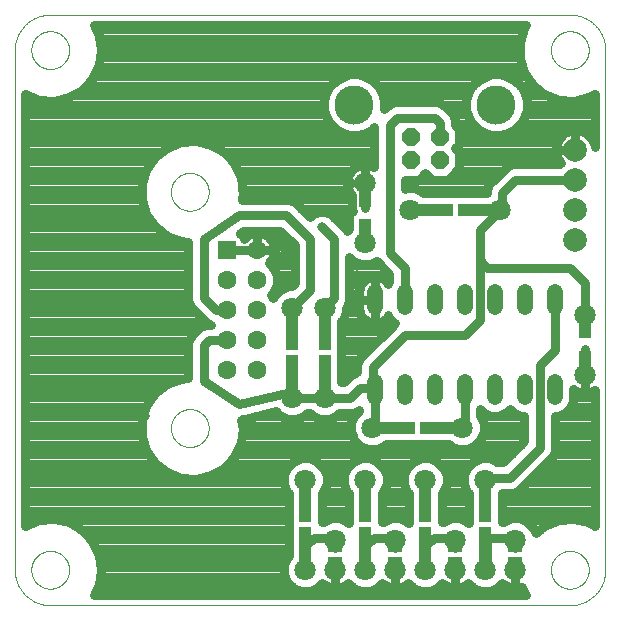
<source format=gtl>
G75*
%MOIN*%
%OFA0B0*%
%FSLAX25Y25*%
%IPPOS*%
%LPD*%
%AMOC8*
5,1,8,0,0,1.08239X$1,22.5*
%
%ADD10C,0.00000*%
%ADD11R,0.03937X0.10236*%
%ADD12C,0.07087*%
%ADD13C,0.05200*%
%ADD14R,0.12598X0.03937*%
%ADD15OC8,0.05740*%
%ADD16C,0.13055*%
%ADD17R,0.03937X0.12598*%
%ADD18R,0.04724X0.03150*%
%ADD19C,0.07874*%
%ADD20C,0.06299*%
%ADD21R,0.06299X0.06299*%
%ADD22C,0.03150*%
%ADD23C,0.01600*%
%ADD24C,0.03150*%
D10*
X0046801Y0017535D02*
X0046801Y0190764D01*
X0052313Y0190764D02*
X0052315Y0190922D01*
X0052321Y0191080D01*
X0052331Y0191238D01*
X0052345Y0191396D01*
X0052363Y0191553D01*
X0052384Y0191710D01*
X0052410Y0191866D01*
X0052440Y0192022D01*
X0052473Y0192177D01*
X0052511Y0192330D01*
X0052552Y0192483D01*
X0052597Y0192635D01*
X0052646Y0192786D01*
X0052699Y0192935D01*
X0052755Y0193083D01*
X0052815Y0193229D01*
X0052879Y0193374D01*
X0052947Y0193517D01*
X0053018Y0193659D01*
X0053092Y0193799D01*
X0053170Y0193936D01*
X0053252Y0194072D01*
X0053336Y0194206D01*
X0053425Y0194337D01*
X0053516Y0194466D01*
X0053611Y0194593D01*
X0053708Y0194718D01*
X0053809Y0194840D01*
X0053913Y0194959D01*
X0054020Y0195076D01*
X0054130Y0195190D01*
X0054243Y0195301D01*
X0054358Y0195410D01*
X0054476Y0195515D01*
X0054597Y0195617D01*
X0054720Y0195717D01*
X0054846Y0195813D01*
X0054974Y0195906D01*
X0055104Y0195996D01*
X0055237Y0196082D01*
X0055372Y0196166D01*
X0055508Y0196245D01*
X0055647Y0196322D01*
X0055788Y0196394D01*
X0055930Y0196464D01*
X0056074Y0196529D01*
X0056220Y0196591D01*
X0056367Y0196649D01*
X0056516Y0196704D01*
X0056666Y0196755D01*
X0056817Y0196802D01*
X0056969Y0196845D01*
X0057122Y0196884D01*
X0057277Y0196920D01*
X0057432Y0196951D01*
X0057588Y0196979D01*
X0057744Y0197003D01*
X0057901Y0197023D01*
X0058059Y0197039D01*
X0058216Y0197051D01*
X0058375Y0197059D01*
X0058533Y0197063D01*
X0058691Y0197063D01*
X0058849Y0197059D01*
X0059008Y0197051D01*
X0059165Y0197039D01*
X0059323Y0197023D01*
X0059480Y0197003D01*
X0059636Y0196979D01*
X0059792Y0196951D01*
X0059947Y0196920D01*
X0060102Y0196884D01*
X0060255Y0196845D01*
X0060407Y0196802D01*
X0060558Y0196755D01*
X0060708Y0196704D01*
X0060857Y0196649D01*
X0061004Y0196591D01*
X0061150Y0196529D01*
X0061294Y0196464D01*
X0061436Y0196394D01*
X0061577Y0196322D01*
X0061716Y0196245D01*
X0061852Y0196166D01*
X0061987Y0196082D01*
X0062120Y0195996D01*
X0062250Y0195906D01*
X0062378Y0195813D01*
X0062504Y0195717D01*
X0062627Y0195617D01*
X0062748Y0195515D01*
X0062866Y0195410D01*
X0062981Y0195301D01*
X0063094Y0195190D01*
X0063204Y0195076D01*
X0063311Y0194959D01*
X0063415Y0194840D01*
X0063516Y0194718D01*
X0063613Y0194593D01*
X0063708Y0194466D01*
X0063799Y0194337D01*
X0063888Y0194206D01*
X0063972Y0194072D01*
X0064054Y0193936D01*
X0064132Y0193799D01*
X0064206Y0193659D01*
X0064277Y0193517D01*
X0064345Y0193374D01*
X0064409Y0193229D01*
X0064469Y0193083D01*
X0064525Y0192935D01*
X0064578Y0192786D01*
X0064627Y0192635D01*
X0064672Y0192483D01*
X0064713Y0192330D01*
X0064751Y0192177D01*
X0064784Y0192022D01*
X0064814Y0191866D01*
X0064840Y0191710D01*
X0064861Y0191553D01*
X0064879Y0191396D01*
X0064893Y0191238D01*
X0064903Y0191080D01*
X0064909Y0190922D01*
X0064911Y0190764D01*
X0064909Y0190606D01*
X0064903Y0190448D01*
X0064893Y0190290D01*
X0064879Y0190132D01*
X0064861Y0189975D01*
X0064840Y0189818D01*
X0064814Y0189662D01*
X0064784Y0189506D01*
X0064751Y0189351D01*
X0064713Y0189198D01*
X0064672Y0189045D01*
X0064627Y0188893D01*
X0064578Y0188742D01*
X0064525Y0188593D01*
X0064469Y0188445D01*
X0064409Y0188299D01*
X0064345Y0188154D01*
X0064277Y0188011D01*
X0064206Y0187869D01*
X0064132Y0187729D01*
X0064054Y0187592D01*
X0063972Y0187456D01*
X0063888Y0187322D01*
X0063799Y0187191D01*
X0063708Y0187062D01*
X0063613Y0186935D01*
X0063516Y0186810D01*
X0063415Y0186688D01*
X0063311Y0186569D01*
X0063204Y0186452D01*
X0063094Y0186338D01*
X0062981Y0186227D01*
X0062866Y0186118D01*
X0062748Y0186013D01*
X0062627Y0185911D01*
X0062504Y0185811D01*
X0062378Y0185715D01*
X0062250Y0185622D01*
X0062120Y0185532D01*
X0061987Y0185446D01*
X0061852Y0185362D01*
X0061716Y0185283D01*
X0061577Y0185206D01*
X0061436Y0185134D01*
X0061294Y0185064D01*
X0061150Y0184999D01*
X0061004Y0184937D01*
X0060857Y0184879D01*
X0060708Y0184824D01*
X0060558Y0184773D01*
X0060407Y0184726D01*
X0060255Y0184683D01*
X0060102Y0184644D01*
X0059947Y0184608D01*
X0059792Y0184577D01*
X0059636Y0184549D01*
X0059480Y0184525D01*
X0059323Y0184505D01*
X0059165Y0184489D01*
X0059008Y0184477D01*
X0058849Y0184469D01*
X0058691Y0184465D01*
X0058533Y0184465D01*
X0058375Y0184469D01*
X0058216Y0184477D01*
X0058059Y0184489D01*
X0057901Y0184505D01*
X0057744Y0184525D01*
X0057588Y0184549D01*
X0057432Y0184577D01*
X0057277Y0184608D01*
X0057122Y0184644D01*
X0056969Y0184683D01*
X0056817Y0184726D01*
X0056666Y0184773D01*
X0056516Y0184824D01*
X0056367Y0184879D01*
X0056220Y0184937D01*
X0056074Y0184999D01*
X0055930Y0185064D01*
X0055788Y0185134D01*
X0055647Y0185206D01*
X0055508Y0185283D01*
X0055372Y0185362D01*
X0055237Y0185446D01*
X0055104Y0185532D01*
X0054974Y0185622D01*
X0054846Y0185715D01*
X0054720Y0185811D01*
X0054597Y0185911D01*
X0054476Y0186013D01*
X0054358Y0186118D01*
X0054243Y0186227D01*
X0054130Y0186338D01*
X0054020Y0186452D01*
X0053913Y0186569D01*
X0053809Y0186688D01*
X0053708Y0186810D01*
X0053611Y0186935D01*
X0053516Y0187062D01*
X0053425Y0187191D01*
X0053336Y0187322D01*
X0053252Y0187456D01*
X0053170Y0187592D01*
X0053092Y0187729D01*
X0053018Y0187869D01*
X0052947Y0188011D01*
X0052879Y0188154D01*
X0052815Y0188299D01*
X0052755Y0188445D01*
X0052699Y0188593D01*
X0052646Y0188742D01*
X0052597Y0188893D01*
X0052552Y0189045D01*
X0052511Y0189198D01*
X0052473Y0189351D01*
X0052440Y0189506D01*
X0052410Y0189662D01*
X0052384Y0189818D01*
X0052363Y0189975D01*
X0052345Y0190132D01*
X0052331Y0190290D01*
X0052321Y0190448D01*
X0052315Y0190606D01*
X0052313Y0190764D01*
X0046801Y0190764D02*
X0046804Y0191049D01*
X0046815Y0191335D01*
X0046832Y0191620D01*
X0046856Y0191904D01*
X0046887Y0192188D01*
X0046925Y0192471D01*
X0046970Y0192752D01*
X0047021Y0193033D01*
X0047079Y0193313D01*
X0047144Y0193591D01*
X0047216Y0193867D01*
X0047294Y0194141D01*
X0047379Y0194414D01*
X0047471Y0194684D01*
X0047569Y0194952D01*
X0047673Y0195218D01*
X0047784Y0195481D01*
X0047901Y0195741D01*
X0048024Y0195999D01*
X0048154Y0196253D01*
X0048290Y0196504D01*
X0048431Y0196752D01*
X0048579Y0196996D01*
X0048732Y0197237D01*
X0048892Y0197473D01*
X0049057Y0197706D01*
X0049227Y0197935D01*
X0049403Y0198160D01*
X0049585Y0198380D01*
X0049771Y0198596D01*
X0049963Y0198807D01*
X0050160Y0199014D01*
X0050362Y0199216D01*
X0050569Y0199413D01*
X0050780Y0199605D01*
X0050996Y0199791D01*
X0051216Y0199973D01*
X0051441Y0200149D01*
X0051670Y0200319D01*
X0051903Y0200484D01*
X0052139Y0200644D01*
X0052380Y0200797D01*
X0052624Y0200945D01*
X0052872Y0201086D01*
X0053123Y0201222D01*
X0053377Y0201352D01*
X0053635Y0201475D01*
X0053895Y0201592D01*
X0054158Y0201703D01*
X0054424Y0201807D01*
X0054692Y0201905D01*
X0054962Y0201997D01*
X0055235Y0202082D01*
X0055509Y0202160D01*
X0055785Y0202232D01*
X0056063Y0202297D01*
X0056343Y0202355D01*
X0056624Y0202406D01*
X0056905Y0202451D01*
X0057188Y0202489D01*
X0057472Y0202520D01*
X0057756Y0202544D01*
X0058041Y0202561D01*
X0058327Y0202572D01*
X0058612Y0202575D01*
X0231840Y0202575D01*
X0225541Y0190764D02*
X0225543Y0190922D01*
X0225549Y0191080D01*
X0225559Y0191238D01*
X0225573Y0191396D01*
X0225591Y0191553D01*
X0225612Y0191710D01*
X0225638Y0191866D01*
X0225668Y0192022D01*
X0225701Y0192177D01*
X0225739Y0192330D01*
X0225780Y0192483D01*
X0225825Y0192635D01*
X0225874Y0192786D01*
X0225927Y0192935D01*
X0225983Y0193083D01*
X0226043Y0193229D01*
X0226107Y0193374D01*
X0226175Y0193517D01*
X0226246Y0193659D01*
X0226320Y0193799D01*
X0226398Y0193936D01*
X0226480Y0194072D01*
X0226564Y0194206D01*
X0226653Y0194337D01*
X0226744Y0194466D01*
X0226839Y0194593D01*
X0226936Y0194718D01*
X0227037Y0194840D01*
X0227141Y0194959D01*
X0227248Y0195076D01*
X0227358Y0195190D01*
X0227471Y0195301D01*
X0227586Y0195410D01*
X0227704Y0195515D01*
X0227825Y0195617D01*
X0227948Y0195717D01*
X0228074Y0195813D01*
X0228202Y0195906D01*
X0228332Y0195996D01*
X0228465Y0196082D01*
X0228600Y0196166D01*
X0228736Y0196245D01*
X0228875Y0196322D01*
X0229016Y0196394D01*
X0229158Y0196464D01*
X0229302Y0196529D01*
X0229448Y0196591D01*
X0229595Y0196649D01*
X0229744Y0196704D01*
X0229894Y0196755D01*
X0230045Y0196802D01*
X0230197Y0196845D01*
X0230350Y0196884D01*
X0230505Y0196920D01*
X0230660Y0196951D01*
X0230816Y0196979D01*
X0230972Y0197003D01*
X0231129Y0197023D01*
X0231287Y0197039D01*
X0231444Y0197051D01*
X0231603Y0197059D01*
X0231761Y0197063D01*
X0231919Y0197063D01*
X0232077Y0197059D01*
X0232236Y0197051D01*
X0232393Y0197039D01*
X0232551Y0197023D01*
X0232708Y0197003D01*
X0232864Y0196979D01*
X0233020Y0196951D01*
X0233175Y0196920D01*
X0233330Y0196884D01*
X0233483Y0196845D01*
X0233635Y0196802D01*
X0233786Y0196755D01*
X0233936Y0196704D01*
X0234085Y0196649D01*
X0234232Y0196591D01*
X0234378Y0196529D01*
X0234522Y0196464D01*
X0234664Y0196394D01*
X0234805Y0196322D01*
X0234944Y0196245D01*
X0235080Y0196166D01*
X0235215Y0196082D01*
X0235348Y0195996D01*
X0235478Y0195906D01*
X0235606Y0195813D01*
X0235732Y0195717D01*
X0235855Y0195617D01*
X0235976Y0195515D01*
X0236094Y0195410D01*
X0236209Y0195301D01*
X0236322Y0195190D01*
X0236432Y0195076D01*
X0236539Y0194959D01*
X0236643Y0194840D01*
X0236744Y0194718D01*
X0236841Y0194593D01*
X0236936Y0194466D01*
X0237027Y0194337D01*
X0237116Y0194206D01*
X0237200Y0194072D01*
X0237282Y0193936D01*
X0237360Y0193799D01*
X0237434Y0193659D01*
X0237505Y0193517D01*
X0237573Y0193374D01*
X0237637Y0193229D01*
X0237697Y0193083D01*
X0237753Y0192935D01*
X0237806Y0192786D01*
X0237855Y0192635D01*
X0237900Y0192483D01*
X0237941Y0192330D01*
X0237979Y0192177D01*
X0238012Y0192022D01*
X0238042Y0191866D01*
X0238068Y0191710D01*
X0238089Y0191553D01*
X0238107Y0191396D01*
X0238121Y0191238D01*
X0238131Y0191080D01*
X0238137Y0190922D01*
X0238139Y0190764D01*
X0238137Y0190606D01*
X0238131Y0190448D01*
X0238121Y0190290D01*
X0238107Y0190132D01*
X0238089Y0189975D01*
X0238068Y0189818D01*
X0238042Y0189662D01*
X0238012Y0189506D01*
X0237979Y0189351D01*
X0237941Y0189198D01*
X0237900Y0189045D01*
X0237855Y0188893D01*
X0237806Y0188742D01*
X0237753Y0188593D01*
X0237697Y0188445D01*
X0237637Y0188299D01*
X0237573Y0188154D01*
X0237505Y0188011D01*
X0237434Y0187869D01*
X0237360Y0187729D01*
X0237282Y0187592D01*
X0237200Y0187456D01*
X0237116Y0187322D01*
X0237027Y0187191D01*
X0236936Y0187062D01*
X0236841Y0186935D01*
X0236744Y0186810D01*
X0236643Y0186688D01*
X0236539Y0186569D01*
X0236432Y0186452D01*
X0236322Y0186338D01*
X0236209Y0186227D01*
X0236094Y0186118D01*
X0235976Y0186013D01*
X0235855Y0185911D01*
X0235732Y0185811D01*
X0235606Y0185715D01*
X0235478Y0185622D01*
X0235348Y0185532D01*
X0235215Y0185446D01*
X0235080Y0185362D01*
X0234944Y0185283D01*
X0234805Y0185206D01*
X0234664Y0185134D01*
X0234522Y0185064D01*
X0234378Y0184999D01*
X0234232Y0184937D01*
X0234085Y0184879D01*
X0233936Y0184824D01*
X0233786Y0184773D01*
X0233635Y0184726D01*
X0233483Y0184683D01*
X0233330Y0184644D01*
X0233175Y0184608D01*
X0233020Y0184577D01*
X0232864Y0184549D01*
X0232708Y0184525D01*
X0232551Y0184505D01*
X0232393Y0184489D01*
X0232236Y0184477D01*
X0232077Y0184469D01*
X0231919Y0184465D01*
X0231761Y0184465D01*
X0231603Y0184469D01*
X0231444Y0184477D01*
X0231287Y0184489D01*
X0231129Y0184505D01*
X0230972Y0184525D01*
X0230816Y0184549D01*
X0230660Y0184577D01*
X0230505Y0184608D01*
X0230350Y0184644D01*
X0230197Y0184683D01*
X0230045Y0184726D01*
X0229894Y0184773D01*
X0229744Y0184824D01*
X0229595Y0184879D01*
X0229448Y0184937D01*
X0229302Y0184999D01*
X0229158Y0185064D01*
X0229016Y0185134D01*
X0228875Y0185206D01*
X0228736Y0185283D01*
X0228600Y0185362D01*
X0228465Y0185446D01*
X0228332Y0185532D01*
X0228202Y0185622D01*
X0228074Y0185715D01*
X0227948Y0185811D01*
X0227825Y0185911D01*
X0227704Y0186013D01*
X0227586Y0186118D01*
X0227471Y0186227D01*
X0227358Y0186338D01*
X0227248Y0186452D01*
X0227141Y0186569D01*
X0227037Y0186688D01*
X0226936Y0186810D01*
X0226839Y0186935D01*
X0226744Y0187062D01*
X0226653Y0187191D01*
X0226564Y0187322D01*
X0226480Y0187456D01*
X0226398Y0187592D01*
X0226320Y0187729D01*
X0226246Y0187869D01*
X0226175Y0188011D01*
X0226107Y0188154D01*
X0226043Y0188299D01*
X0225983Y0188445D01*
X0225927Y0188593D01*
X0225874Y0188742D01*
X0225825Y0188893D01*
X0225780Y0189045D01*
X0225739Y0189198D01*
X0225701Y0189351D01*
X0225668Y0189506D01*
X0225638Y0189662D01*
X0225612Y0189818D01*
X0225591Y0189975D01*
X0225573Y0190132D01*
X0225559Y0190290D01*
X0225549Y0190448D01*
X0225543Y0190606D01*
X0225541Y0190764D01*
X0231840Y0202575D02*
X0232125Y0202572D01*
X0232411Y0202561D01*
X0232696Y0202544D01*
X0232980Y0202520D01*
X0233264Y0202489D01*
X0233547Y0202451D01*
X0233828Y0202406D01*
X0234109Y0202355D01*
X0234389Y0202297D01*
X0234667Y0202232D01*
X0234943Y0202160D01*
X0235217Y0202082D01*
X0235490Y0201997D01*
X0235760Y0201905D01*
X0236028Y0201807D01*
X0236294Y0201703D01*
X0236557Y0201592D01*
X0236817Y0201475D01*
X0237075Y0201352D01*
X0237329Y0201222D01*
X0237580Y0201086D01*
X0237828Y0200945D01*
X0238072Y0200797D01*
X0238313Y0200644D01*
X0238549Y0200484D01*
X0238782Y0200319D01*
X0239011Y0200149D01*
X0239236Y0199973D01*
X0239456Y0199791D01*
X0239672Y0199605D01*
X0239883Y0199413D01*
X0240090Y0199216D01*
X0240292Y0199014D01*
X0240489Y0198807D01*
X0240681Y0198596D01*
X0240867Y0198380D01*
X0241049Y0198160D01*
X0241225Y0197935D01*
X0241395Y0197706D01*
X0241560Y0197473D01*
X0241720Y0197237D01*
X0241873Y0196996D01*
X0242021Y0196752D01*
X0242162Y0196504D01*
X0242298Y0196253D01*
X0242428Y0195999D01*
X0242551Y0195741D01*
X0242668Y0195481D01*
X0242779Y0195218D01*
X0242883Y0194952D01*
X0242981Y0194684D01*
X0243073Y0194414D01*
X0243158Y0194141D01*
X0243236Y0193867D01*
X0243308Y0193591D01*
X0243373Y0193313D01*
X0243431Y0193033D01*
X0243482Y0192752D01*
X0243527Y0192471D01*
X0243565Y0192188D01*
X0243596Y0191904D01*
X0243620Y0191620D01*
X0243637Y0191335D01*
X0243648Y0191049D01*
X0243651Y0190764D01*
X0243651Y0017535D01*
X0225541Y0017535D02*
X0225543Y0017693D01*
X0225549Y0017851D01*
X0225559Y0018009D01*
X0225573Y0018167D01*
X0225591Y0018324D01*
X0225612Y0018481D01*
X0225638Y0018637D01*
X0225668Y0018793D01*
X0225701Y0018948D01*
X0225739Y0019101D01*
X0225780Y0019254D01*
X0225825Y0019406D01*
X0225874Y0019557D01*
X0225927Y0019706D01*
X0225983Y0019854D01*
X0226043Y0020000D01*
X0226107Y0020145D01*
X0226175Y0020288D01*
X0226246Y0020430D01*
X0226320Y0020570D01*
X0226398Y0020707D01*
X0226480Y0020843D01*
X0226564Y0020977D01*
X0226653Y0021108D01*
X0226744Y0021237D01*
X0226839Y0021364D01*
X0226936Y0021489D01*
X0227037Y0021611D01*
X0227141Y0021730D01*
X0227248Y0021847D01*
X0227358Y0021961D01*
X0227471Y0022072D01*
X0227586Y0022181D01*
X0227704Y0022286D01*
X0227825Y0022388D01*
X0227948Y0022488D01*
X0228074Y0022584D01*
X0228202Y0022677D01*
X0228332Y0022767D01*
X0228465Y0022853D01*
X0228600Y0022937D01*
X0228736Y0023016D01*
X0228875Y0023093D01*
X0229016Y0023165D01*
X0229158Y0023235D01*
X0229302Y0023300D01*
X0229448Y0023362D01*
X0229595Y0023420D01*
X0229744Y0023475D01*
X0229894Y0023526D01*
X0230045Y0023573D01*
X0230197Y0023616D01*
X0230350Y0023655D01*
X0230505Y0023691D01*
X0230660Y0023722D01*
X0230816Y0023750D01*
X0230972Y0023774D01*
X0231129Y0023794D01*
X0231287Y0023810D01*
X0231444Y0023822D01*
X0231603Y0023830D01*
X0231761Y0023834D01*
X0231919Y0023834D01*
X0232077Y0023830D01*
X0232236Y0023822D01*
X0232393Y0023810D01*
X0232551Y0023794D01*
X0232708Y0023774D01*
X0232864Y0023750D01*
X0233020Y0023722D01*
X0233175Y0023691D01*
X0233330Y0023655D01*
X0233483Y0023616D01*
X0233635Y0023573D01*
X0233786Y0023526D01*
X0233936Y0023475D01*
X0234085Y0023420D01*
X0234232Y0023362D01*
X0234378Y0023300D01*
X0234522Y0023235D01*
X0234664Y0023165D01*
X0234805Y0023093D01*
X0234944Y0023016D01*
X0235080Y0022937D01*
X0235215Y0022853D01*
X0235348Y0022767D01*
X0235478Y0022677D01*
X0235606Y0022584D01*
X0235732Y0022488D01*
X0235855Y0022388D01*
X0235976Y0022286D01*
X0236094Y0022181D01*
X0236209Y0022072D01*
X0236322Y0021961D01*
X0236432Y0021847D01*
X0236539Y0021730D01*
X0236643Y0021611D01*
X0236744Y0021489D01*
X0236841Y0021364D01*
X0236936Y0021237D01*
X0237027Y0021108D01*
X0237116Y0020977D01*
X0237200Y0020843D01*
X0237282Y0020707D01*
X0237360Y0020570D01*
X0237434Y0020430D01*
X0237505Y0020288D01*
X0237573Y0020145D01*
X0237637Y0020000D01*
X0237697Y0019854D01*
X0237753Y0019706D01*
X0237806Y0019557D01*
X0237855Y0019406D01*
X0237900Y0019254D01*
X0237941Y0019101D01*
X0237979Y0018948D01*
X0238012Y0018793D01*
X0238042Y0018637D01*
X0238068Y0018481D01*
X0238089Y0018324D01*
X0238107Y0018167D01*
X0238121Y0018009D01*
X0238131Y0017851D01*
X0238137Y0017693D01*
X0238139Y0017535D01*
X0238137Y0017377D01*
X0238131Y0017219D01*
X0238121Y0017061D01*
X0238107Y0016903D01*
X0238089Y0016746D01*
X0238068Y0016589D01*
X0238042Y0016433D01*
X0238012Y0016277D01*
X0237979Y0016122D01*
X0237941Y0015969D01*
X0237900Y0015816D01*
X0237855Y0015664D01*
X0237806Y0015513D01*
X0237753Y0015364D01*
X0237697Y0015216D01*
X0237637Y0015070D01*
X0237573Y0014925D01*
X0237505Y0014782D01*
X0237434Y0014640D01*
X0237360Y0014500D01*
X0237282Y0014363D01*
X0237200Y0014227D01*
X0237116Y0014093D01*
X0237027Y0013962D01*
X0236936Y0013833D01*
X0236841Y0013706D01*
X0236744Y0013581D01*
X0236643Y0013459D01*
X0236539Y0013340D01*
X0236432Y0013223D01*
X0236322Y0013109D01*
X0236209Y0012998D01*
X0236094Y0012889D01*
X0235976Y0012784D01*
X0235855Y0012682D01*
X0235732Y0012582D01*
X0235606Y0012486D01*
X0235478Y0012393D01*
X0235348Y0012303D01*
X0235215Y0012217D01*
X0235080Y0012133D01*
X0234944Y0012054D01*
X0234805Y0011977D01*
X0234664Y0011905D01*
X0234522Y0011835D01*
X0234378Y0011770D01*
X0234232Y0011708D01*
X0234085Y0011650D01*
X0233936Y0011595D01*
X0233786Y0011544D01*
X0233635Y0011497D01*
X0233483Y0011454D01*
X0233330Y0011415D01*
X0233175Y0011379D01*
X0233020Y0011348D01*
X0232864Y0011320D01*
X0232708Y0011296D01*
X0232551Y0011276D01*
X0232393Y0011260D01*
X0232236Y0011248D01*
X0232077Y0011240D01*
X0231919Y0011236D01*
X0231761Y0011236D01*
X0231603Y0011240D01*
X0231444Y0011248D01*
X0231287Y0011260D01*
X0231129Y0011276D01*
X0230972Y0011296D01*
X0230816Y0011320D01*
X0230660Y0011348D01*
X0230505Y0011379D01*
X0230350Y0011415D01*
X0230197Y0011454D01*
X0230045Y0011497D01*
X0229894Y0011544D01*
X0229744Y0011595D01*
X0229595Y0011650D01*
X0229448Y0011708D01*
X0229302Y0011770D01*
X0229158Y0011835D01*
X0229016Y0011905D01*
X0228875Y0011977D01*
X0228736Y0012054D01*
X0228600Y0012133D01*
X0228465Y0012217D01*
X0228332Y0012303D01*
X0228202Y0012393D01*
X0228074Y0012486D01*
X0227948Y0012582D01*
X0227825Y0012682D01*
X0227704Y0012784D01*
X0227586Y0012889D01*
X0227471Y0012998D01*
X0227358Y0013109D01*
X0227248Y0013223D01*
X0227141Y0013340D01*
X0227037Y0013459D01*
X0226936Y0013581D01*
X0226839Y0013706D01*
X0226744Y0013833D01*
X0226653Y0013962D01*
X0226564Y0014093D01*
X0226480Y0014227D01*
X0226398Y0014363D01*
X0226320Y0014500D01*
X0226246Y0014640D01*
X0226175Y0014782D01*
X0226107Y0014925D01*
X0226043Y0015070D01*
X0225983Y0015216D01*
X0225927Y0015364D01*
X0225874Y0015513D01*
X0225825Y0015664D01*
X0225780Y0015816D01*
X0225739Y0015969D01*
X0225701Y0016122D01*
X0225668Y0016277D01*
X0225638Y0016433D01*
X0225612Y0016589D01*
X0225591Y0016746D01*
X0225573Y0016903D01*
X0225559Y0017061D01*
X0225549Y0017219D01*
X0225543Y0017377D01*
X0225541Y0017535D01*
X0231840Y0005724D02*
X0232125Y0005727D01*
X0232411Y0005738D01*
X0232696Y0005755D01*
X0232980Y0005779D01*
X0233264Y0005810D01*
X0233547Y0005848D01*
X0233828Y0005893D01*
X0234109Y0005944D01*
X0234389Y0006002D01*
X0234667Y0006067D01*
X0234943Y0006139D01*
X0235217Y0006217D01*
X0235490Y0006302D01*
X0235760Y0006394D01*
X0236028Y0006492D01*
X0236294Y0006596D01*
X0236557Y0006707D01*
X0236817Y0006824D01*
X0237075Y0006947D01*
X0237329Y0007077D01*
X0237580Y0007213D01*
X0237828Y0007354D01*
X0238072Y0007502D01*
X0238313Y0007655D01*
X0238549Y0007815D01*
X0238782Y0007980D01*
X0239011Y0008150D01*
X0239236Y0008326D01*
X0239456Y0008508D01*
X0239672Y0008694D01*
X0239883Y0008886D01*
X0240090Y0009083D01*
X0240292Y0009285D01*
X0240489Y0009492D01*
X0240681Y0009703D01*
X0240867Y0009919D01*
X0241049Y0010139D01*
X0241225Y0010364D01*
X0241395Y0010593D01*
X0241560Y0010826D01*
X0241720Y0011062D01*
X0241873Y0011303D01*
X0242021Y0011547D01*
X0242162Y0011795D01*
X0242298Y0012046D01*
X0242428Y0012300D01*
X0242551Y0012558D01*
X0242668Y0012818D01*
X0242779Y0013081D01*
X0242883Y0013347D01*
X0242981Y0013615D01*
X0243073Y0013885D01*
X0243158Y0014158D01*
X0243236Y0014432D01*
X0243308Y0014708D01*
X0243373Y0014986D01*
X0243431Y0015266D01*
X0243482Y0015547D01*
X0243527Y0015828D01*
X0243565Y0016111D01*
X0243596Y0016395D01*
X0243620Y0016679D01*
X0243637Y0016964D01*
X0243648Y0017250D01*
X0243651Y0017535D01*
X0231840Y0005724D02*
X0058612Y0005724D01*
X0052313Y0017535D02*
X0052315Y0017693D01*
X0052321Y0017851D01*
X0052331Y0018009D01*
X0052345Y0018167D01*
X0052363Y0018324D01*
X0052384Y0018481D01*
X0052410Y0018637D01*
X0052440Y0018793D01*
X0052473Y0018948D01*
X0052511Y0019101D01*
X0052552Y0019254D01*
X0052597Y0019406D01*
X0052646Y0019557D01*
X0052699Y0019706D01*
X0052755Y0019854D01*
X0052815Y0020000D01*
X0052879Y0020145D01*
X0052947Y0020288D01*
X0053018Y0020430D01*
X0053092Y0020570D01*
X0053170Y0020707D01*
X0053252Y0020843D01*
X0053336Y0020977D01*
X0053425Y0021108D01*
X0053516Y0021237D01*
X0053611Y0021364D01*
X0053708Y0021489D01*
X0053809Y0021611D01*
X0053913Y0021730D01*
X0054020Y0021847D01*
X0054130Y0021961D01*
X0054243Y0022072D01*
X0054358Y0022181D01*
X0054476Y0022286D01*
X0054597Y0022388D01*
X0054720Y0022488D01*
X0054846Y0022584D01*
X0054974Y0022677D01*
X0055104Y0022767D01*
X0055237Y0022853D01*
X0055372Y0022937D01*
X0055508Y0023016D01*
X0055647Y0023093D01*
X0055788Y0023165D01*
X0055930Y0023235D01*
X0056074Y0023300D01*
X0056220Y0023362D01*
X0056367Y0023420D01*
X0056516Y0023475D01*
X0056666Y0023526D01*
X0056817Y0023573D01*
X0056969Y0023616D01*
X0057122Y0023655D01*
X0057277Y0023691D01*
X0057432Y0023722D01*
X0057588Y0023750D01*
X0057744Y0023774D01*
X0057901Y0023794D01*
X0058059Y0023810D01*
X0058216Y0023822D01*
X0058375Y0023830D01*
X0058533Y0023834D01*
X0058691Y0023834D01*
X0058849Y0023830D01*
X0059008Y0023822D01*
X0059165Y0023810D01*
X0059323Y0023794D01*
X0059480Y0023774D01*
X0059636Y0023750D01*
X0059792Y0023722D01*
X0059947Y0023691D01*
X0060102Y0023655D01*
X0060255Y0023616D01*
X0060407Y0023573D01*
X0060558Y0023526D01*
X0060708Y0023475D01*
X0060857Y0023420D01*
X0061004Y0023362D01*
X0061150Y0023300D01*
X0061294Y0023235D01*
X0061436Y0023165D01*
X0061577Y0023093D01*
X0061716Y0023016D01*
X0061852Y0022937D01*
X0061987Y0022853D01*
X0062120Y0022767D01*
X0062250Y0022677D01*
X0062378Y0022584D01*
X0062504Y0022488D01*
X0062627Y0022388D01*
X0062748Y0022286D01*
X0062866Y0022181D01*
X0062981Y0022072D01*
X0063094Y0021961D01*
X0063204Y0021847D01*
X0063311Y0021730D01*
X0063415Y0021611D01*
X0063516Y0021489D01*
X0063613Y0021364D01*
X0063708Y0021237D01*
X0063799Y0021108D01*
X0063888Y0020977D01*
X0063972Y0020843D01*
X0064054Y0020707D01*
X0064132Y0020570D01*
X0064206Y0020430D01*
X0064277Y0020288D01*
X0064345Y0020145D01*
X0064409Y0020000D01*
X0064469Y0019854D01*
X0064525Y0019706D01*
X0064578Y0019557D01*
X0064627Y0019406D01*
X0064672Y0019254D01*
X0064713Y0019101D01*
X0064751Y0018948D01*
X0064784Y0018793D01*
X0064814Y0018637D01*
X0064840Y0018481D01*
X0064861Y0018324D01*
X0064879Y0018167D01*
X0064893Y0018009D01*
X0064903Y0017851D01*
X0064909Y0017693D01*
X0064911Y0017535D01*
X0064909Y0017377D01*
X0064903Y0017219D01*
X0064893Y0017061D01*
X0064879Y0016903D01*
X0064861Y0016746D01*
X0064840Y0016589D01*
X0064814Y0016433D01*
X0064784Y0016277D01*
X0064751Y0016122D01*
X0064713Y0015969D01*
X0064672Y0015816D01*
X0064627Y0015664D01*
X0064578Y0015513D01*
X0064525Y0015364D01*
X0064469Y0015216D01*
X0064409Y0015070D01*
X0064345Y0014925D01*
X0064277Y0014782D01*
X0064206Y0014640D01*
X0064132Y0014500D01*
X0064054Y0014363D01*
X0063972Y0014227D01*
X0063888Y0014093D01*
X0063799Y0013962D01*
X0063708Y0013833D01*
X0063613Y0013706D01*
X0063516Y0013581D01*
X0063415Y0013459D01*
X0063311Y0013340D01*
X0063204Y0013223D01*
X0063094Y0013109D01*
X0062981Y0012998D01*
X0062866Y0012889D01*
X0062748Y0012784D01*
X0062627Y0012682D01*
X0062504Y0012582D01*
X0062378Y0012486D01*
X0062250Y0012393D01*
X0062120Y0012303D01*
X0061987Y0012217D01*
X0061852Y0012133D01*
X0061716Y0012054D01*
X0061577Y0011977D01*
X0061436Y0011905D01*
X0061294Y0011835D01*
X0061150Y0011770D01*
X0061004Y0011708D01*
X0060857Y0011650D01*
X0060708Y0011595D01*
X0060558Y0011544D01*
X0060407Y0011497D01*
X0060255Y0011454D01*
X0060102Y0011415D01*
X0059947Y0011379D01*
X0059792Y0011348D01*
X0059636Y0011320D01*
X0059480Y0011296D01*
X0059323Y0011276D01*
X0059165Y0011260D01*
X0059008Y0011248D01*
X0058849Y0011240D01*
X0058691Y0011236D01*
X0058533Y0011236D01*
X0058375Y0011240D01*
X0058216Y0011248D01*
X0058059Y0011260D01*
X0057901Y0011276D01*
X0057744Y0011296D01*
X0057588Y0011320D01*
X0057432Y0011348D01*
X0057277Y0011379D01*
X0057122Y0011415D01*
X0056969Y0011454D01*
X0056817Y0011497D01*
X0056666Y0011544D01*
X0056516Y0011595D01*
X0056367Y0011650D01*
X0056220Y0011708D01*
X0056074Y0011770D01*
X0055930Y0011835D01*
X0055788Y0011905D01*
X0055647Y0011977D01*
X0055508Y0012054D01*
X0055372Y0012133D01*
X0055237Y0012217D01*
X0055104Y0012303D01*
X0054974Y0012393D01*
X0054846Y0012486D01*
X0054720Y0012582D01*
X0054597Y0012682D01*
X0054476Y0012784D01*
X0054358Y0012889D01*
X0054243Y0012998D01*
X0054130Y0013109D01*
X0054020Y0013223D01*
X0053913Y0013340D01*
X0053809Y0013459D01*
X0053708Y0013581D01*
X0053611Y0013706D01*
X0053516Y0013833D01*
X0053425Y0013962D01*
X0053336Y0014093D01*
X0053252Y0014227D01*
X0053170Y0014363D01*
X0053092Y0014500D01*
X0053018Y0014640D01*
X0052947Y0014782D01*
X0052879Y0014925D01*
X0052815Y0015070D01*
X0052755Y0015216D01*
X0052699Y0015364D01*
X0052646Y0015513D01*
X0052597Y0015664D01*
X0052552Y0015816D01*
X0052511Y0015969D01*
X0052473Y0016122D01*
X0052440Y0016277D01*
X0052410Y0016433D01*
X0052384Y0016589D01*
X0052363Y0016746D01*
X0052345Y0016903D01*
X0052331Y0017061D01*
X0052321Y0017219D01*
X0052315Y0017377D01*
X0052313Y0017535D01*
X0046801Y0017535D02*
X0046804Y0017250D01*
X0046815Y0016964D01*
X0046832Y0016679D01*
X0046856Y0016395D01*
X0046887Y0016111D01*
X0046925Y0015828D01*
X0046970Y0015547D01*
X0047021Y0015266D01*
X0047079Y0014986D01*
X0047144Y0014708D01*
X0047216Y0014432D01*
X0047294Y0014158D01*
X0047379Y0013885D01*
X0047471Y0013615D01*
X0047569Y0013347D01*
X0047673Y0013081D01*
X0047784Y0012818D01*
X0047901Y0012558D01*
X0048024Y0012300D01*
X0048154Y0012046D01*
X0048290Y0011795D01*
X0048431Y0011547D01*
X0048579Y0011303D01*
X0048732Y0011062D01*
X0048892Y0010826D01*
X0049057Y0010593D01*
X0049227Y0010364D01*
X0049403Y0010139D01*
X0049585Y0009919D01*
X0049771Y0009703D01*
X0049963Y0009492D01*
X0050160Y0009285D01*
X0050362Y0009083D01*
X0050569Y0008886D01*
X0050780Y0008694D01*
X0050996Y0008508D01*
X0051216Y0008326D01*
X0051441Y0008150D01*
X0051670Y0007980D01*
X0051903Y0007815D01*
X0052139Y0007655D01*
X0052380Y0007502D01*
X0052624Y0007354D01*
X0052872Y0007213D01*
X0053123Y0007077D01*
X0053377Y0006947D01*
X0053635Y0006824D01*
X0053895Y0006707D01*
X0054158Y0006596D01*
X0054424Y0006492D01*
X0054692Y0006394D01*
X0054962Y0006302D01*
X0055235Y0006217D01*
X0055509Y0006139D01*
X0055785Y0006067D01*
X0056063Y0006002D01*
X0056343Y0005944D01*
X0056624Y0005893D01*
X0056905Y0005848D01*
X0057188Y0005810D01*
X0057472Y0005779D01*
X0057756Y0005755D01*
X0058041Y0005738D01*
X0058327Y0005727D01*
X0058612Y0005724D01*
X0098848Y0064780D02*
X0098850Y0064938D01*
X0098856Y0065096D01*
X0098866Y0065254D01*
X0098880Y0065412D01*
X0098898Y0065569D01*
X0098919Y0065726D01*
X0098945Y0065882D01*
X0098975Y0066038D01*
X0099008Y0066193D01*
X0099046Y0066346D01*
X0099087Y0066499D01*
X0099132Y0066651D01*
X0099181Y0066802D01*
X0099234Y0066951D01*
X0099290Y0067099D01*
X0099350Y0067245D01*
X0099414Y0067390D01*
X0099482Y0067533D01*
X0099553Y0067675D01*
X0099627Y0067815D01*
X0099705Y0067952D01*
X0099787Y0068088D01*
X0099871Y0068222D01*
X0099960Y0068353D01*
X0100051Y0068482D01*
X0100146Y0068609D01*
X0100243Y0068734D01*
X0100344Y0068856D01*
X0100448Y0068975D01*
X0100555Y0069092D01*
X0100665Y0069206D01*
X0100778Y0069317D01*
X0100893Y0069426D01*
X0101011Y0069531D01*
X0101132Y0069633D01*
X0101255Y0069733D01*
X0101381Y0069829D01*
X0101509Y0069922D01*
X0101639Y0070012D01*
X0101772Y0070098D01*
X0101907Y0070182D01*
X0102043Y0070261D01*
X0102182Y0070338D01*
X0102323Y0070410D01*
X0102465Y0070480D01*
X0102609Y0070545D01*
X0102755Y0070607D01*
X0102902Y0070665D01*
X0103051Y0070720D01*
X0103201Y0070771D01*
X0103352Y0070818D01*
X0103504Y0070861D01*
X0103657Y0070900D01*
X0103812Y0070936D01*
X0103967Y0070967D01*
X0104123Y0070995D01*
X0104279Y0071019D01*
X0104436Y0071039D01*
X0104594Y0071055D01*
X0104751Y0071067D01*
X0104910Y0071075D01*
X0105068Y0071079D01*
X0105226Y0071079D01*
X0105384Y0071075D01*
X0105543Y0071067D01*
X0105700Y0071055D01*
X0105858Y0071039D01*
X0106015Y0071019D01*
X0106171Y0070995D01*
X0106327Y0070967D01*
X0106482Y0070936D01*
X0106637Y0070900D01*
X0106790Y0070861D01*
X0106942Y0070818D01*
X0107093Y0070771D01*
X0107243Y0070720D01*
X0107392Y0070665D01*
X0107539Y0070607D01*
X0107685Y0070545D01*
X0107829Y0070480D01*
X0107971Y0070410D01*
X0108112Y0070338D01*
X0108251Y0070261D01*
X0108387Y0070182D01*
X0108522Y0070098D01*
X0108655Y0070012D01*
X0108785Y0069922D01*
X0108913Y0069829D01*
X0109039Y0069733D01*
X0109162Y0069633D01*
X0109283Y0069531D01*
X0109401Y0069426D01*
X0109516Y0069317D01*
X0109629Y0069206D01*
X0109739Y0069092D01*
X0109846Y0068975D01*
X0109950Y0068856D01*
X0110051Y0068734D01*
X0110148Y0068609D01*
X0110243Y0068482D01*
X0110334Y0068353D01*
X0110423Y0068222D01*
X0110507Y0068088D01*
X0110589Y0067952D01*
X0110667Y0067815D01*
X0110741Y0067675D01*
X0110812Y0067533D01*
X0110880Y0067390D01*
X0110944Y0067245D01*
X0111004Y0067099D01*
X0111060Y0066951D01*
X0111113Y0066802D01*
X0111162Y0066651D01*
X0111207Y0066499D01*
X0111248Y0066346D01*
X0111286Y0066193D01*
X0111319Y0066038D01*
X0111349Y0065882D01*
X0111375Y0065726D01*
X0111396Y0065569D01*
X0111414Y0065412D01*
X0111428Y0065254D01*
X0111438Y0065096D01*
X0111444Y0064938D01*
X0111446Y0064780D01*
X0111444Y0064622D01*
X0111438Y0064464D01*
X0111428Y0064306D01*
X0111414Y0064148D01*
X0111396Y0063991D01*
X0111375Y0063834D01*
X0111349Y0063678D01*
X0111319Y0063522D01*
X0111286Y0063367D01*
X0111248Y0063214D01*
X0111207Y0063061D01*
X0111162Y0062909D01*
X0111113Y0062758D01*
X0111060Y0062609D01*
X0111004Y0062461D01*
X0110944Y0062315D01*
X0110880Y0062170D01*
X0110812Y0062027D01*
X0110741Y0061885D01*
X0110667Y0061745D01*
X0110589Y0061608D01*
X0110507Y0061472D01*
X0110423Y0061338D01*
X0110334Y0061207D01*
X0110243Y0061078D01*
X0110148Y0060951D01*
X0110051Y0060826D01*
X0109950Y0060704D01*
X0109846Y0060585D01*
X0109739Y0060468D01*
X0109629Y0060354D01*
X0109516Y0060243D01*
X0109401Y0060134D01*
X0109283Y0060029D01*
X0109162Y0059927D01*
X0109039Y0059827D01*
X0108913Y0059731D01*
X0108785Y0059638D01*
X0108655Y0059548D01*
X0108522Y0059462D01*
X0108387Y0059378D01*
X0108251Y0059299D01*
X0108112Y0059222D01*
X0107971Y0059150D01*
X0107829Y0059080D01*
X0107685Y0059015D01*
X0107539Y0058953D01*
X0107392Y0058895D01*
X0107243Y0058840D01*
X0107093Y0058789D01*
X0106942Y0058742D01*
X0106790Y0058699D01*
X0106637Y0058660D01*
X0106482Y0058624D01*
X0106327Y0058593D01*
X0106171Y0058565D01*
X0106015Y0058541D01*
X0105858Y0058521D01*
X0105700Y0058505D01*
X0105543Y0058493D01*
X0105384Y0058485D01*
X0105226Y0058481D01*
X0105068Y0058481D01*
X0104910Y0058485D01*
X0104751Y0058493D01*
X0104594Y0058505D01*
X0104436Y0058521D01*
X0104279Y0058541D01*
X0104123Y0058565D01*
X0103967Y0058593D01*
X0103812Y0058624D01*
X0103657Y0058660D01*
X0103504Y0058699D01*
X0103352Y0058742D01*
X0103201Y0058789D01*
X0103051Y0058840D01*
X0102902Y0058895D01*
X0102755Y0058953D01*
X0102609Y0059015D01*
X0102465Y0059080D01*
X0102323Y0059150D01*
X0102182Y0059222D01*
X0102043Y0059299D01*
X0101907Y0059378D01*
X0101772Y0059462D01*
X0101639Y0059548D01*
X0101509Y0059638D01*
X0101381Y0059731D01*
X0101255Y0059827D01*
X0101132Y0059927D01*
X0101011Y0060029D01*
X0100893Y0060134D01*
X0100778Y0060243D01*
X0100665Y0060354D01*
X0100555Y0060468D01*
X0100448Y0060585D01*
X0100344Y0060704D01*
X0100243Y0060826D01*
X0100146Y0060951D01*
X0100051Y0061078D01*
X0099960Y0061207D01*
X0099871Y0061338D01*
X0099787Y0061472D01*
X0099705Y0061608D01*
X0099627Y0061745D01*
X0099553Y0061885D01*
X0099482Y0062027D01*
X0099414Y0062170D01*
X0099350Y0062315D01*
X0099290Y0062461D01*
X0099234Y0062609D01*
X0099181Y0062758D01*
X0099132Y0062909D01*
X0099087Y0063061D01*
X0099046Y0063214D01*
X0099008Y0063367D01*
X0098975Y0063522D01*
X0098945Y0063678D01*
X0098919Y0063834D01*
X0098898Y0063991D01*
X0098880Y0064148D01*
X0098866Y0064306D01*
X0098856Y0064464D01*
X0098850Y0064622D01*
X0098848Y0064780D01*
X0098848Y0143520D02*
X0098850Y0143678D01*
X0098856Y0143836D01*
X0098866Y0143994D01*
X0098880Y0144152D01*
X0098898Y0144309D01*
X0098919Y0144466D01*
X0098945Y0144622D01*
X0098975Y0144778D01*
X0099008Y0144933D01*
X0099046Y0145086D01*
X0099087Y0145239D01*
X0099132Y0145391D01*
X0099181Y0145542D01*
X0099234Y0145691D01*
X0099290Y0145839D01*
X0099350Y0145985D01*
X0099414Y0146130D01*
X0099482Y0146273D01*
X0099553Y0146415D01*
X0099627Y0146555D01*
X0099705Y0146692D01*
X0099787Y0146828D01*
X0099871Y0146962D01*
X0099960Y0147093D01*
X0100051Y0147222D01*
X0100146Y0147349D01*
X0100243Y0147474D01*
X0100344Y0147596D01*
X0100448Y0147715D01*
X0100555Y0147832D01*
X0100665Y0147946D01*
X0100778Y0148057D01*
X0100893Y0148166D01*
X0101011Y0148271D01*
X0101132Y0148373D01*
X0101255Y0148473D01*
X0101381Y0148569D01*
X0101509Y0148662D01*
X0101639Y0148752D01*
X0101772Y0148838D01*
X0101907Y0148922D01*
X0102043Y0149001D01*
X0102182Y0149078D01*
X0102323Y0149150D01*
X0102465Y0149220D01*
X0102609Y0149285D01*
X0102755Y0149347D01*
X0102902Y0149405D01*
X0103051Y0149460D01*
X0103201Y0149511D01*
X0103352Y0149558D01*
X0103504Y0149601D01*
X0103657Y0149640D01*
X0103812Y0149676D01*
X0103967Y0149707D01*
X0104123Y0149735D01*
X0104279Y0149759D01*
X0104436Y0149779D01*
X0104594Y0149795D01*
X0104751Y0149807D01*
X0104910Y0149815D01*
X0105068Y0149819D01*
X0105226Y0149819D01*
X0105384Y0149815D01*
X0105543Y0149807D01*
X0105700Y0149795D01*
X0105858Y0149779D01*
X0106015Y0149759D01*
X0106171Y0149735D01*
X0106327Y0149707D01*
X0106482Y0149676D01*
X0106637Y0149640D01*
X0106790Y0149601D01*
X0106942Y0149558D01*
X0107093Y0149511D01*
X0107243Y0149460D01*
X0107392Y0149405D01*
X0107539Y0149347D01*
X0107685Y0149285D01*
X0107829Y0149220D01*
X0107971Y0149150D01*
X0108112Y0149078D01*
X0108251Y0149001D01*
X0108387Y0148922D01*
X0108522Y0148838D01*
X0108655Y0148752D01*
X0108785Y0148662D01*
X0108913Y0148569D01*
X0109039Y0148473D01*
X0109162Y0148373D01*
X0109283Y0148271D01*
X0109401Y0148166D01*
X0109516Y0148057D01*
X0109629Y0147946D01*
X0109739Y0147832D01*
X0109846Y0147715D01*
X0109950Y0147596D01*
X0110051Y0147474D01*
X0110148Y0147349D01*
X0110243Y0147222D01*
X0110334Y0147093D01*
X0110423Y0146962D01*
X0110507Y0146828D01*
X0110589Y0146692D01*
X0110667Y0146555D01*
X0110741Y0146415D01*
X0110812Y0146273D01*
X0110880Y0146130D01*
X0110944Y0145985D01*
X0111004Y0145839D01*
X0111060Y0145691D01*
X0111113Y0145542D01*
X0111162Y0145391D01*
X0111207Y0145239D01*
X0111248Y0145086D01*
X0111286Y0144933D01*
X0111319Y0144778D01*
X0111349Y0144622D01*
X0111375Y0144466D01*
X0111396Y0144309D01*
X0111414Y0144152D01*
X0111428Y0143994D01*
X0111438Y0143836D01*
X0111444Y0143678D01*
X0111446Y0143520D01*
X0111444Y0143362D01*
X0111438Y0143204D01*
X0111428Y0143046D01*
X0111414Y0142888D01*
X0111396Y0142731D01*
X0111375Y0142574D01*
X0111349Y0142418D01*
X0111319Y0142262D01*
X0111286Y0142107D01*
X0111248Y0141954D01*
X0111207Y0141801D01*
X0111162Y0141649D01*
X0111113Y0141498D01*
X0111060Y0141349D01*
X0111004Y0141201D01*
X0110944Y0141055D01*
X0110880Y0140910D01*
X0110812Y0140767D01*
X0110741Y0140625D01*
X0110667Y0140485D01*
X0110589Y0140348D01*
X0110507Y0140212D01*
X0110423Y0140078D01*
X0110334Y0139947D01*
X0110243Y0139818D01*
X0110148Y0139691D01*
X0110051Y0139566D01*
X0109950Y0139444D01*
X0109846Y0139325D01*
X0109739Y0139208D01*
X0109629Y0139094D01*
X0109516Y0138983D01*
X0109401Y0138874D01*
X0109283Y0138769D01*
X0109162Y0138667D01*
X0109039Y0138567D01*
X0108913Y0138471D01*
X0108785Y0138378D01*
X0108655Y0138288D01*
X0108522Y0138202D01*
X0108387Y0138118D01*
X0108251Y0138039D01*
X0108112Y0137962D01*
X0107971Y0137890D01*
X0107829Y0137820D01*
X0107685Y0137755D01*
X0107539Y0137693D01*
X0107392Y0137635D01*
X0107243Y0137580D01*
X0107093Y0137529D01*
X0106942Y0137482D01*
X0106790Y0137439D01*
X0106637Y0137400D01*
X0106482Y0137364D01*
X0106327Y0137333D01*
X0106171Y0137305D01*
X0106015Y0137281D01*
X0105858Y0137261D01*
X0105700Y0137245D01*
X0105543Y0137233D01*
X0105384Y0137225D01*
X0105226Y0137221D01*
X0105068Y0137221D01*
X0104910Y0137225D01*
X0104751Y0137233D01*
X0104594Y0137245D01*
X0104436Y0137261D01*
X0104279Y0137281D01*
X0104123Y0137305D01*
X0103967Y0137333D01*
X0103812Y0137364D01*
X0103657Y0137400D01*
X0103504Y0137439D01*
X0103352Y0137482D01*
X0103201Y0137529D01*
X0103051Y0137580D01*
X0102902Y0137635D01*
X0102755Y0137693D01*
X0102609Y0137755D01*
X0102465Y0137820D01*
X0102323Y0137890D01*
X0102182Y0137962D01*
X0102043Y0138039D01*
X0101907Y0138118D01*
X0101772Y0138202D01*
X0101639Y0138288D01*
X0101509Y0138378D01*
X0101381Y0138471D01*
X0101255Y0138567D01*
X0101132Y0138667D01*
X0101011Y0138769D01*
X0100893Y0138874D01*
X0100778Y0138983D01*
X0100665Y0139094D01*
X0100555Y0139208D01*
X0100448Y0139325D01*
X0100344Y0139444D01*
X0100243Y0139566D01*
X0100146Y0139691D01*
X0100051Y0139818D01*
X0099960Y0139947D01*
X0099871Y0140078D01*
X0099787Y0140212D01*
X0099705Y0140348D01*
X0099627Y0140485D01*
X0099553Y0140625D01*
X0099482Y0140767D01*
X0099414Y0140910D01*
X0099350Y0141055D01*
X0099290Y0141201D01*
X0099234Y0141349D01*
X0099181Y0141498D01*
X0099132Y0141649D01*
X0099087Y0141801D01*
X0099046Y0141954D01*
X0099008Y0142107D01*
X0098975Y0142262D01*
X0098945Y0142418D01*
X0098919Y0142574D01*
X0098898Y0142731D01*
X0098880Y0142888D01*
X0098866Y0143046D01*
X0098856Y0143204D01*
X0098850Y0143362D01*
X0098848Y0143520D01*
D11*
X0163651Y0143598D03*
X0163651Y0129425D03*
X0236801Y0099661D03*
X0236801Y0085488D03*
D12*
X0236801Y0082575D03*
X0236801Y0102575D03*
X0208651Y0137575D03*
X0178651Y0137575D03*
X0163651Y0146512D03*
X0163651Y0126512D03*
X0150088Y0104937D03*
X0139301Y0104937D03*
X0139301Y0074937D03*
X0150088Y0074937D03*
X0166013Y0064937D03*
X0163651Y0047575D03*
X0183651Y0047575D03*
X0203651Y0047575D03*
X0196013Y0064937D03*
X0193651Y0027575D03*
X0193651Y0017575D03*
X0203651Y0017575D03*
X0213651Y0017575D03*
X0213651Y0027575D03*
X0183651Y0017575D03*
X0173651Y0017575D03*
X0173651Y0027575D03*
X0163651Y0017575D03*
X0153651Y0017575D03*
X0153651Y0027575D03*
X0143651Y0017575D03*
X0143651Y0047575D03*
D13*
X0166801Y0074975D02*
X0166801Y0080175D01*
X0176801Y0080175D02*
X0176801Y0074975D01*
X0186801Y0074975D02*
X0186801Y0080175D01*
X0196801Y0080175D02*
X0196801Y0074975D01*
X0206801Y0074975D02*
X0206801Y0080175D01*
X0216801Y0080175D02*
X0216801Y0074975D01*
X0226801Y0074975D02*
X0226801Y0080175D01*
X0226801Y0104975D02*
X0226801Y0110175D01*
X0216801Y0110175D02*
X0216801Y0104975D01*
X0206801Y0104975D02*
X0206801Y0110175D01*
X0196801Y0110175D02*
X0196801Y0104975D01*
X0186801Y0104975D02*
X0186801Y0110175D01*
X0176801Y0110175D02*
X0176801Y0104975D01*
X0166801Y0104975D02*
X0166801Y0110175D01*
D14*
X0186564Y0137575D03*
X0200738Y0137575D03*
X0188100Y0064937D03*
X0173927Y0064937D03*
D15*
X0178730Y0154031D03*
X0178730Y0161906D03*
X0188572Y0161906D03*
X0188572Y0154031D03*
D16*
X0207352Y0172575D03*
X0159950Y0172575D03*
D17*
X0150088Y0097024D03*
X0139301Y0097024D03*
X0139301Y0082850D03*
X0150088Y0082850D03*
X0143651Y0039661D03*
X0143651Y0025488D03*
X0163651Y0025488D03*
X0163651Y0039661D03*
X0183651Y0039661D03*
X0183651Y0025488D03*
X0203651Y0025488D03*
X0203651Y0039661D03*
D18*
X0213651Y0024661D03*
X0213651Y0020488D03*
X0193651Y0020488D03*
X0193651Y0024661D03*
X0173651Y0024661D03*
X0173651Y0020488D03*
X0153651Y0020488D03*
X0153651Y0024661D03*
D19*
X0233651Y0127575D03*
X0233651Y0137575D03*
X0233651Y0147575D03*
X0233651Y0157575D03*
D20*
X0127667Y0124150D03*
X0127667Y0114150D03*
X0117667Y0114150D03*
X0117667Y0104150D03*
X0127667Y0104150D03*
X0127667Y0094150D03*
X0117667Y0094150D03*
X0117667Y0084150D03*
X0127667Y0084150D03*
D21*
X0117667Y0124150D03*
D22*
X0121942Y0124150D01*
X0127667Y0124150D01*
X0127667Y0124150D01*
X0127667Y0129874D01*
X0128117Y0129874D01*
X0129007Y0129733D01*
X0129864Y0129455D01*
X0130667Y0129046D01*
X0131396Y0128516D01*
X0132033Y0127879D01*
X0132563Y0127150D01*
X0132972Y0126347D01*
X0133250Y0125490D01*
X0133391Y0124600D01*
X0133391Y0124150D01*
X0127667Y0124150D01*
X0127667Y0124150D01*
X0127667Y0129874D01*
X0127216Y0129874D01*
X0126326Y0129733D01*
X0125469Y0129455D01*
X0124666Y0129046D01*
X0123937Y0128516D01*
X0123322Y0127900D01*
X0123292Y0128050D01*
X0123098Y0128519D01*
X0122816Y0128941D01*
X0122458Y0129299D01*
X0122036Y0129581D01*
X0121849Y0129658D01*
X0123153Y0130528D01*
X0135232Y0130528D01*
X0140108Y0125652D01*
X0140108Y0112982D01*
X0139149Y0112024D01*
X0137891Y0112024D01*
X0135286Y0110945D01*
X0133293Y0108951D01*
X0133011Y0108271D01*
X0132132Y0109150D01*
X0133341Y0110358D01*
X0134360Y0112818D01*
X0134360Y0115481D01*
X0133341Y0117941D01*
X0131458Y0119824D01*
X0131443Y0119830D01*
X0132033Y0120420D01*
X0132563Y0121149D01*
X0132972Y0121952D01*
X0133250Y0122809D01*
X0133391Y0123699D01*
X0133391Y0124150D01*
X0127667Y0124150D01*
X0127667Y0124150D01*
X0117667Y0124150D01*
X0117667Y0124150D01*
X0123105Y0128501D02*
X0123923Y0128501D01*
X0127667Y0128501D02*
X0127667Y0128501D01*
X0127667Y0125353D02*
X0127667Y0125353D01*
X0131411Y0128501D02*
X0137258Y0128501D01*
X0140108Y0125353D02*
X0133272Y0125353D01*
X0133054Y0122205D02*
X0140108Y0122205D01*
X0140108Y0119057D02*
X0132225Y0119057D01*
X0134182Y0115909D02*
X0140108Y0115909D01*
X0139886Y0112760D02*
X0134336Y0112760D01*
X0133954Y0109612D02*
X0132595Y0109612D01*
X0139301Y0104937D02*
X0145226Y0110862D01*
X0145226Y0127772D01*
X0137352Y0135646D01*
X0121604Y0135646D01*
X0109793Y0127772D01*
X0109793Y0108087D01*
X0113730Y0104150D01*
X0117667Y0104150D01*
X0112141Y0099268D02*
X0110586Y0099268D01*
X0108704Y0098489D01*
X0106893Y0096677D01*
X0105454Y0095238D01*
X0104675Y0093357D01*
X0104675Y0081490D01*
X0102086Y0081296D01*
X0102086Y0081296D01*
X0097385Y0079451D01*
X0093436Y0076303D01*
X0090592Y0072130D01*
X0089103Y0067305D01*
X0089103Y0062254D01*
X0090592Y0057429D01*
X0090592Y0057429D01*
X0093436Y0053256D01*
X0093436Y0053256D01*
X0093436Y0053256D01*
X0097385Y0050108D01*
X0102086Y0048263D01*
X0107122Y0047885D01*
X0112045Y0049009D01*
X0112045Y0049009D01*
X0116419Y0051534D01*
X0119854Y0055236D01*
X0122045Y0059786D01*
X0122797Y0064780D01*
X0122376Y0067573D01*
X0122716Y0067657D01*
X0123606Y0067834D01*
X0123701Y0067898D01*
X0133831Y0070384D01*
X0135286Y0068929D01*
X0137891Y0067850D01*
X0140710Y0067850D01*
X0143315Y0068929D01*
X0144204Y0069819D01*
X0145184Y0069819D01*
X0146074Y0068929D01*
X0148678Y0067850D01*
X0151498Y0067850D01*
X0154102Y0068929D01*
X0154992Y0069819D01*
X0159531Y0069819D01*
X0161412Y0070598D01*
X0161682Y0070868D01*
X0161682Y0070628D01*
X0160005Y0068951D01*
X0158927Y0066347D01*
X0158927Y0063527D01*
X0160005Y0060923D01*
X0161999Y0058929D01*
X0164603Y0057850D01*
X0167423Y0057850D01*
X0170027Y0058929D01*
X0170523Y0059425D01*
X0180931Y0059425D01*
X0181013Y0059459D01*
X0181096Y0059425D01*
X0191503Y0059425D01*
X0191999Y0058929D01*
X0194603Y0057850D01*
X0197423Y0057850D01*
X0200027Y0058929D01*
X0202021Y0060923D01*
X0203100Y0063527D01*
X0203100Y0066347D01*
X0202021Y0068951D01*
X0201919Y0069053D01*
X0201919Y0071169D01*
X0203321Y0069767D01*
X0205579Y0068831D01*
X0208022Y0068831D01*
X0210280Y0069767D01*
X0211801Y0071287D01*
X0213321Y0069767D01*
X0215579Y0068831D01*
X0216682Y0068831D01*
X0216682Y0060344D01*
X0209681Y0053343D01*
X0207905Y0053343D01*
X0207665Y0053583D01*
X0205061Y0054661D01*
X0202241Y0054661D01*
X0199637Y0053583D01*
X0197643Y0051589D01*
X0196564Y0048984D01*
X0196564Y0046165D01*
X0197643Y0043561D01*
X0198139Y0043065D01*
X0198139Y0033109D01*
X0197665Y0033583D01*
X0195061Y0034661D01*
X0192241Y0034661D01*
X0189637Y0033583D01*
X0189397Y0033343D01*
X0189163Y0033343D01*
X0189163Y0043065D01*
X0189659Y0043561D01*
X0190738Y0046165D01*
X0190738Y0048984D01*
X0189659Y0051589D01*
X0187665Y0053583D01*
X0185061Y0054661D01*
X0182241Y0054661D01*
X0179637Y0053583D01*
X0177643Y0051589D01*
X0176564Y0048984D01*
X0176564Y0046165D01*
X0177643Y0043561D01*
X0178139Y0043065D01*
X0178139Y0033109D01*
X0177665Y0033583D01*
X0175061Y0034661D01*
X0172241Y0034661D01*
X0169637Y0033583D01*
X0169397Y0033343D01*
X0169163Y0033343D01*
X0169163Y0043065D01*
X0169659Y0043561D01*
X0170738Y0046165D01*
X0170738Y0048984D01*
X0169659Y0051589D01*
X0167665Y0053583D01*
X0165061Y0054661D01*
X0162241Y0054661D01*
X0159637Y0053583D01*
X0157643Y0051589D01*
X0156564Y0048984D01*
X0156564Y0046165D01*
X0157643Y0043561D01*
X0158139Y0043065D01*
X0158139Y0033109D01*
X0157665Y0033583D01*
X0155061Y0034661D01*
X0152241Y0034661D01*
X0149637Y0033583D01*
X0149397Y0033343D01*
X0149163Y0033343D01*
X0149163Y0043065D01*
X0149659Y0043561D01*
X0150738Y0046165D01*
X0150738Y0048984D01*
X0149659Y0051589D01*
X0147665Y0053583D01*
X0145061Y0054661D01*
X0142241Y0054661D01*
X0139637Y0053583D01*
X0137643Y0051589D01*
X0136564Y0048984D01*
X0136564Y0046165D01*
X0137643Y0043561D01*
X0138139Y0043065D01*
X0138139Y0032657D01*
X0138173Y0032575D01*
X0138139Y0032492D01*
X0138139Y0022085D01*
X0137643Y0021589D01*
X0136564Y0018984D01*
X0136564Y0016165D01*
X0137643Y0013561D01*
X0139637Y0011567D01*
X0142241Y0010488D01*
X0145061Y0010488D01*
X0147665Y0011567D01*
X0149336Y0013238D01*
X0149665Y0012908D01*
X0150444Y0012342D01*
X0151302Y0011905D01*
X0152218Y0011607D01*
X0153169Y0011457D01*
X0153651Y0011457D01*
X0154132Y0011457D01*
X0155084Y0011607D01*
X0155999Y0011905D01*
X0156857Y0012342D01*
X0157637Y0012908D01*
X0157966Y0013238D01*
X0159637Y0011567D01*
X0162241Y0010488D01*
X0165061Y0010488D01*
X0167665Y0011567D01*
X0169336Y0013238D01*
X0169665Y0012908D01*
X0170444Y0012342D01*
X0171302Y0011905D01*
X0172218Y0011607D01*
X0173169Y0011457D01*
X0173651Y0011457D01*
X0174132Y0011457D01*
X0175084Y0011607D01*
X0175999Y0011905D01*
X0176857Y0012342D01*
X0177637Y0012908D01*
X0177966Y0013238D01*
X0179637Y0011567D01*
X0182241Y0010488D01*
X0185061Y0010488D01*
X0187665Y0011567D01*
X0189336Y0013238D01*
X0189665Y0012908D01*
X0190444Y0012342D01*
X0191302Y0011905D01*
X0192218Y0011607D01*
X0193169Y0011457D01*
X0193651Y0011457D01*
X0194132Y0011457D01*
X0195084Y0011607D01*
X0195999Y0011905D01*
X0196857Y0012342D01*
X0197637Y0012908D01*
X0197966Y0013238D01*
X0199637Y0011567D01*
X0202241Y0010488D01*
X0205061Y0010488D01*
X0207665Y0011567D01*
X0209336Y0013238D01*
X0209665Y0012908D01*
X0210444Y0012342D01*
X0211302Y0011905D01*
X0212218Y0011607D01*
X0213169Y0011457D01*
X0213651Y0011457D01*
X0214132Y0011457D01*
X0215084Y0011607D01*
X0215999Y0011905D01*
X0216039Y0011925D01*
X0216576Y0010185D01*
X0216576Y0010185D01*
X0217201Y0009268D01*
X0073224Y0009268D01*
X0074801Y0012542D01*
X0075553Y0017535D01*
X0074801Y0022529D01*
X0072609Y0027079D01*
X0069175Y0030781D01*
X0069175Y0030781D01*
X0064801Y0033306D01*
X0059878Y0034430D01*
X0059878Y0034430D01*
X0054842Y0034052D01*
X0054842Y0034052D01*
X0050344Y0032287D01*
X0050344Y0176012D01*
X0054842Y0174247D01*
X0059878Y0173869D01*
X0064801Y0174993D01*
X0069175Y0177518D01*
X0072609Y0181220D01*
X0072609Y0181220D01*
X0074801Y0185770D01*
X0074801Y0185770D01*
X0075553Y0190764D01*
X0074801Y0195757D01*
X0073224Y0199031D01*
X0217201Y0199031D01*
X0216576Y0198115D01*
X0216576Y0198115D01*
X0215087Y0193289D01*
X0215087Y0188239D01*
X0216576Y0183413D01*
X0219421Y0179240D01*
X0223369Y0176092D01*
X0228070Y0174247D01*
X0233106Y0173869D01*
X0238029Y0174993D01*
X0240108Y0176193D01*
X0240108Y0158420D01*
X0240051Y0158848D01*
X0239830Y0159672D01*
X0239504Y0160461D01*
X0239077Y0161200D01*
X0238557Y0161878D01*
X0237954Y0162481D01*
X0237276Y0163001D01*
X0236537Y0163428D01*
X0235749Y0163754D01*
X0234924Y0163975D01*
X0234078Y0164087D01*
X0233651Y0164087D01*
X0233651Y0157575D01*
X0233651Y0157575D01*
X0233651Y0164087D01*
X0233224Y0164087D01*
X0232378Y0163975D01*
X0231553Y0163754D01*
X0230765Y0163428D01*
X0230025Y0163001D01*
X0229348Y0162481D01*
X0228745Y0161878D01*
X0228225Y0161200D01*
X0227798Y0160461D01*
X0227471Y0159672D01*
X0227251Y0158848D01*
X0227139Y0158002D01*
X0227139Y0157575D01*
X0233651Y0157575D01*
X0233651Y0157575D01*
X0227139Y0157575D01*
X0227139Y0157148D01*
X0227251Y0156302D01*
X0227471Y0155477D01*
X0227798Y0154689D01*
X0228225Y0153949D01*
X0228745Y0153272D01*
X0228757Y0153260D01*
X0228190Y0152693D01*
X0212633Y0152693D01*
X0210752Y0151914D01*
X0206401Y0147563D01*
X0204962Y0146124D01*
X0204182Y0144242D01*
X0181074Y0144242D01*
X0180061Y0144661D02*
X0182665Y0143583D01*
X0183161Y0143087D01*
X0193568Y0143087D01*
X0193651Y0143052D01*
X0193733Y0143087D01*
X0204141Y0143087D01*
X0204182Y0143128D01*
X0204182Y0144242D01*
X0206228Y0147390D02*
X0176919Y0147390D01*
X0176919Y0147618D02*
X0181386Y0147618D01*
X0183651Y0149883D01*
X0185916Y0147618D01*
X0191229Y0147618D01*
X0194986Y0151375D01*
X0194986Y0156688D01*
X0193705Y0157968D01*
X0194986Y0159249D01*
X0194986Y0164562D01*
X0193690Y0165857D01*
X0193690Y0167471D01*
X0192911Y0169352D01*
X0191139Y0171124D01*
X0189700Y0172563D01*
X0187819Y0173343D01*
X0173282Y0173343D01*
X0171401Y0172563D01*
X0169997Y0171159D01*
X0170021Y0171249D01*
X0170021Y0173901D01*
X0169335Y0176462D01*
X0168009Y0178758D01*
X0166134Y0180633D01*
X0163837Y0181959D01*
X0161276Y0182646D01*
X0158624Y0182646D01*
X0156063Y0181959D01*
X0153766Y0180633D01*
X0151891Y0178758D01*
X0150566Y0176462D01*
X0149879Y0173901D01*
X0149879Y0171249D01*
X0150566Y0168688D01*
X0151891Y0166391D01*
X0153766Y0164516D01*
X0156063Y0163190D01*
X0158624Y0162504D01*
X0161276Y0162504D01*
X0163837Y0163190D01*
X0166134Y0164516D01*
X0166682Y0165065D01*
X0166682Y0151834D01*
X0165999Y0152182D01*
X0165084Y0152479D01*
X0164132Y0152630D01*
X0163651Y0152630D01*
X0163651Y0146512D01*
X0163651Y0146512D01*
X0163651Y0152630D01*
X0163169Y0152630D01*
X0162218Y0152479D01*
X0161302Y0152182D01*
X0160444Y0151744D01*
X0159665Y0151178D01*
X0158984Y0150497D01*
X0158418Y0149718D01*
X0157981Y0148860D01*
X0157683Y0147944D01*
X0157533Y0146993D01*
X0157533Y0146512D01*
X0159108Y0146512D01*
X0159108Y0146512D01*
X0157533Y0146512D01*
X0157533Y0146030D01*
X0157683Y0145079D01*
X0157981Y0144163D01*
X0158418Y0143305D01*
X0158984Y0142526D01*
X0159108Y0142403D01*
X0159108Y0138227D01*
X0159207Y0137729D01*
X0159397Y0137269D01*
X0158679Y0136550D01*
X0158139Y0135248D01*
X0158139Y0131022D01*
X0157643Y0130526D01*
X0157571Y0130352D01*
X0157439Y0130671D01*
X0152062Y0136048D01*
X0150181Y0136827D01*
X0148145Y0136827D01*
X0146264Y0136048D01*
X0145226Y0135010D01*
X0140251Y0139985D01*
X0138370Y0140764D01*
X0122382Y0140764D01*
X0122797Y0143520D01*
X0122045Y0148513D01*
X0119854Y0153063D01*
X0116419Y0156765D01*
X0112045Y0159290D01*
X0112045Y0159290D01*
X0107122Y0160414D01*
X0107122Y0160414D01*
X0102086Y0160037D01*
X0097385Y0158192D01*
X0097385Y0158192D01*
X0093436Y0155043D01*
X0090592Y0150870D01*
X0089103Y0146045D01*
X0089103Y0140995D01*
X0090592Y0136169D01*
X0093436Y0131996D01*
X0093436Y0131996D01*
X0093436Y0131996D01*
X0097385Y0128848D01*
X0102086Y0127003D01*
X0104675Y0126809D01*
X0104675Y0107069D01*
X0105454Y0105187D01*
X0106893Y0103748D01*
X0110830Y0099811D01*
X0112141Y0099268D01*
X0110473Y0100168D02*
X0050344Y0100168D01*
X0050344Y0097020D02*
X0107236Y0097020D01*
X0104888Y0093872D02*
X0050344Y0093872D01*
X0050344Y0090724D02*
X0104675Y0090724D01*
X0104675Y0087575D02*
X0050344Y0087575D01*
X0050344Y0084427D02*
X0104675Y0084427D01*
X0102042Y0081279D02*
X0050344Y0081279D01*
X0050344Y0078131D02*
X0095729Y0078131D01*
X0097385Y0079451D02*
X0097385Y0079451D01*
X0093436Y0076303D02*
X0093436Y0076303D01*
X0093436Y0076303D01*
X0092537Y0074983D02*
X0050344Y0074983D01*
X0050344Y0071835D02*
X0090501Y0071835D01*
X0090592Y0072130D02*
X0090592Y0072130D01*
X0089529Y0068687D02*
X0050344Y0068687D01*
X0050344Y0065539D02*
X0089103Y0065539D01*
X0089103Y0062391D02*
X0050344Y0062391D01*
X0050344Y0059242D02*
X0090032Y0059242D01*
X0091501Y0056094D02*
X0050344Y0056094D01*
X0050344Y0052946D02*
X0093825Y0052946D01*
X0097385Y0050108D02*
X0097385Y0050108D01*
X0098173Y0049798D02*
X0050344Y0049798D01*
X0050344Y0046650D02*
X0136564Y0046650D01*
X0137702Y0043502D02*
X0050344Y0043502D01*
X0050344Y0040354D02*
X0138139Y0040354D01*
X0138139Y0037206D02*
X0050344Y0037206D01*
X0050344Y0034057D02*
X0054909Y0034057D01*
X0061509Y0034057D02*
X0138139Y0034057D01*
X0138139Y0030909D02*
X0068952Y0030909D01*
X0071976Y0027761D02*
X0138139Y0027761D01*
X0138139Y0024613D02*
X0073797Y0024613D01*
X0074801Y0022529D02*
X0074801Y0022529D01*
X0074961Y0021465D02*
X0137592Y0021465D01*
X0136564Y0018317D02*
X0075435Y0018317D01*
X0075197Y0015169D02*
X0136977Y0015169D01*
X0139183Y0012021D02*
X0074550Y0012021D01*
X0074801Y0012542D02*
X0074801Y0012542D01*
X0072609Y0027079D02*
X0072609Y0027079D01*
X0064801Y0033306D02*
X0064801Y0033306D01*
X0102086Y0048263D02*
X0102086Y0048263D01*
X0107122Y0047885D02*
X0107122Y0047885D01*
X0113412Y0049798D02*
X0136901Y0049798D01*
X0139000Y0052946D02*
X0117729Y0052946D01*
X0116419Y0051534D02*
X0116419Y0051534D01*
X0116419Y0051534D01*
X0119854Y0055236D02*
X0119854Y0055236D01*
X0120267Y0056094D02*
X0212432Y0056094D01*
X0215580Y0059242D02*
X0200340Y0059242D01*
X0202629Y0062391D02*
X0216682Y0062391D01*
X0216682Y0065539D02*
X0203100Y0065539D01*
X0202130Y0068687D02*
X0216682Y0068687D01*
X0226919Y0068687D02*
X0240108Y0068687D01*
X0240108Y0071835D02*
X0232149Y0071835D01*
X0232009Y0071495D02*
X0232944Y0073753D01*
X0232944Y0077814D01*
X0233594Y0077342D01*
X0234452Y0076905D01*
X0235368Y0076607D01*
X0236319Y0076457D01*
X0236800Y0076457D01*
X0236800Y0082575D01*
X0236800Y0085488D01*
X0236801Y0085488D01*
X0236801Y0082575D01*
X0236800Y0082575D01*
X0236801Y0082575D01*
X0236801Y0076457D01*
X0237282Y0076457D01*
X0238233Y0076607D01*
X0239149Y0076905D01*
X0240007Y0077342D01*
X0240108Y0077415D01*
X0240108Y0032106D01*
X0238029Y0033306D01*
X0233106Y0034430D01*
X0233106Y0034430D01*
X0228070Y0034052D01*
X0223369Y0032207D01*
X0220387Y0029830D01*
X0219659Y0031589D01*
X0217665Y0033583D01*
X0215061Y0034661D01*
X0212241Y0034661D01*
X0209637Y0033583D01*
X0209397Y0033343D01*
X0209163Y0033343D01*
X0209163Y0043065D01*
X0209204Y0043106D01*
X0212819Y0043106D01*
X0214700Y0043885D01*
X0216139Y0045325D01*
X0226139Y0055325D01*
X0226919Y0057206D01*
X0226919Y0059242D01*
X0240108Y0059242D01*
X0240108Y0056094D02*
X0226458Y0056094D01*
X0226919Y0059242D02*
X0226919Y0068831D01*
X0228022Y0068831D01*
X0230280Y0069767D01*
X0232009Y0071495D01*
X0232944Y0074983D02*
X0240108Y0074983D01*
X0236801Y0078131D02*
X0236800Y0078131D01*
X0236800Y0081279D02*
X0236801Y0081279D01*
X0236800Y0084427D02*
X0236801Y0084427D01*
X0236800Y0085488D02*
X0236800Y0088693D01*
X0236800Y0091000D01*
X0236801Y0091000D01*
X0236801Y0085488D01*
X0236800Y0085488D01*
X0236800Y0087575D02*
X0236801Y0087575D01*
X0236800Y0090724D02*
X0236801Y0090724D01*
X0236801Y0099661D02*
X0236801Y0102575D01*
X0236801Y0113224D01*
X0231801Y0118224D01*
X0204301Y0118224D01*
X0201801Y0120724D01*
X0201801Y0130724D01*
X0208651Y0137575D01*
X0209301Y0138224D01*
X0209301Y0143224D01*
X0213651Y0147575D01*
X0233651Y0147575D01*
X0228427Y0153686D02*
X0194986Y0153686D01*
X0194148Y0150538D02*
X0209376Y0150538D01*
X0208678Y0162504D02*
X0206026Y0162504D01*
X0203464Y0163190D01*
X0201168Y0164516D01*
X0199293Y0166391D01*
X0197967Y0168688D01*
X0197281Y0171249D01*
X0197281Y0173901D01*
X0197967Y0176462D01*
X0199293Y0178758D01*
X0201168Y0180633D01*
X0203464Y0181959D01*
X0206026Y0182646D01*
X0208678Y0182646D01*
X0211239Y0181959D01*
X0213535Y0180633D01*
X0215410Y0178758D01*
X0216736Y0176462D01*
X0217423Y0173901D01*
X0217423Y0171249D01*
X0216736Y0168688D01*
X0215410Y0166391D01*
X0213535Y0164516D01*
X0211239Y0163190D01*
X0208678Y0162504D01*
X0211015Y0163130D02*
X0230250Y0163130D01*
X0233651Y0163130D02*
X0233651Y0163130D01*
X0237052Y0163130D02*
X0240108Y0163130D01*
X0240108Y0166278D02*
X0215298Y0166278D01*
X0216934Y0169427D02*
X0240108Y0169427D01*
X0240108Y0172575D02*
X0217423Y0172575D01*
X0216934Y0175723D02*
X0224309Y0175723D01*
X0223369Y0176092D02*
X0223369Y0176092D01*
X0219884Y0178871D02*
X0215298Y0178871D01*
X0217526Y0182019D02*
X0211016Y0182019D01*
X0216035Y0185167D02*
X0074510Y0185167D01*
X0075184Y0188315D02*
X0215087Y0188315D01*
X0215087Y0191463D02*
X0075448Y0191463D01*
X0074973Y0194611D02*
X0215495Y0194611D01*
X0216466Y0197760D02*
X0073836Y0197760D01*
X0074801Y0195757D02*
X0074801Y0195757D01*
X0072994Y0182019D02*
X0156286Y0182019D01*
X0152004Y0178871D02*
X0070430Y0178871D01*
X0069175Y0177518D02*
X0069175Y0177518D01*
X0069175Y0177518D01*
X0066065Y0175723D02*
X0150367Y0175723D01*
X0149879Y0172575D02*
X0050344Y0172575D01*
X0050344Y0169427D02*
X0150368Y0169427D01*
X0152004Y0166278D02*
X0050344Y0166278D01*
X0050344Y0163130D02*
X0156287Y0163130D01*
X0163614Y0163130D02*
X0166682Y0163130D01*
X0166682Y0159982D02*
X0109014Y0159982D01*
X0102086Y0160037D02*
X0102086Y0160037D01*
X0101947Y0159982D02*
X0050344Y0159982D01*
X0050344Y0156834D02*
X0095682Y0156834D01*
X0093436Y0155043D02*
X0093436Y0155043D01*
X0093436Y0155043D01*
X0092511Y0153686D02*
X0050344Y0153686D01*
X0050344Y0150538D02*
X0090489Y0150538D01*
X0090592Y0150870D02*
X0090592Y0150870D01*
X0089518Y0147390D02*
X0050344Y0147390D01*
X0050344Y0144242D02*
X0089103Y0144242D01*
X0089103Y0141093D02*
X0050344Y0141093D01*
X0050344Y0137945D02*
X0090044Y0137945D01*
X0090592Y0136169D02*
X0090592Y0136169D01*
X0091527Y0134797D02*
X0050344Y0134797D01*
X0050344Y0131649D02*
X0093872Y0131649D01*
X0097385Y0128848D02*
X0097385Y0128848D01*
X0098268Y0128501D02*
X0050344Y0128501D01*
X0050344Y0125353D02*
X0104675Y0125353D01*
X0102086Y0127003D02*
X0102086Y0127003D01*
X0104675Y0122205D02*
X0050344Y0122205D01*
X0050344Y0119057D02*
X0104675Y0119057D01*
X0104675Y0115909D02*
X0050344Y0115909D01*
X0050344Y0112760D02*
X0104675Y0112760D01*
X0104675Y0109612D02*
X0050344Y0109612D01*
X0050344Y0106464D02*
X0104925Y0106464D01*
X0107325Y0103316D02*
X0050344Y0103316D01*
X0109793Y0092339D02*
X0109793Y0080528D01*
X0121604Y0072654D01*
X0137647Y0076591D01*
X0139301Y0074937D01*
X0150088Y0074937D01*
X0158513Y0074937D01*
X0161801Y0078224D01*
X0166151Y0078224D01*
X0166151Y0085075D01*
X0176801Y0095724D01*
X0196801Y0095724D01*
X0201801Y0100724D01*
X0201801Y0120724D01*
X0200738Y0137575D02*
X0208651Y0137575D01*
X0186564Y0137575D02*
X0178651Y0137575D01*
X0176919Y0144528D02*
X0176919Y0147618D01*
X0177241Y0144661D02*
X0176919Y0144528D01*
X0177241Y0144661D02*
X0180061Y0144661D01*
X0166682Y0153686D02*
X0119276Y0153686D01*
X0119854Y0153063D02*
X0119854Y0153063D01*
X0121070Y0150538D02*
X0159025Y0150538D01*
X0157596Y0147390D02*
X0122214Y0147390D01*
X0122689Y0144242D02*
X0157956Y0144242D01*
X0159108Y0141093D02*
X0122432Y0141093D01*
X0116299Y0156834D02*
X0166682Y0156834D01*
X0163651Y0150538D02*
X0163651Y0150538D01*
X0163651Y0147390D02*
X0163651Y0147390D01*
X0163651Y0146512D02*
X0163651Y0143599D01*
X0163651Y0143599D01*
X0163651Y0146512D01*
X0163651Y0146512D01*
X0163651Y0144242D02*
X0163651Y0144242D01*
X0163651Y0143598D02*
X0163651Y0143598D01*
X0163651Y0138087D01*
X0163651Y0138087D01*
X0163651Y0143598D01*
X0163651Y0141093D02*
X0163651Y0141093D01*
X0159164Y0137945D02*
X0142290Y0137945D01*
X0149163Y0131709D02*
X0153100Y0127772D01*
X0153100Y0108087D01*
X0150875Y0105862D01*
X0149163Y0105862D01*
X0150088Y0104937D01*
X0157175Y0104923D02*
X0157175Y0103527D01*
X0156096Y0100923D01*
X0155600Y0100427D01*
X0155600Y0090020D01*
X0155566Y0089937D01*
X0155600Y0089854D01*
X0155600Y0080055D01*
X0156393Y0080055D01*
X0157462Y0081124D01*
X0158901Y0082563D01*
X0160782Y0083343D01*
X0161033Y0083343D01*
X0161033Y0086093D01*
X0161812Y0087974D01*
X0172462Y0098624D01*
X0173522Y0099684D01*
X0173321Y0099767D01*
X0171592Y0101495D01*
X0171253Y0102315D01*
X0171226Y0102263D01*
X0170748Y0101604D01*
X0170172Y0101028D01*
X0169513Y0100549D01*
X0168787Y0100179D01*
X0168012Y0099927D01*
X0167208Y0099800D01*
X0166801Y0099800D01*
X0166801Y0107575D01*
X0166800Y0107575D01*
X0166800Y0107575D01*
X0161626Y0107575D01*
X0161626Y0110582D01*
X0161753Y0111387D01*
X0162005Y0112161D01*
X0162375Y0112887D01*
X0162853Y0113546D01*
X0163429Y0114122D01*
X0164088Y0114601D01*
X0164814Y0114970D01*
X0165589Y0115222D01*
X0166393Y0115350D01*
X0166800Y0115350D01*
X0166800Y0107575D01*
X0161626Y0107575D01*
X0161626Y0104568D01*
X0161753Y0103763D01*
X0162005Y0102988D01*
X0162375Y0102263D01*
X0162853Y0101604D01*
X0163429Y0101028D01*
X0164088Y0100549D01*
X0164814Y0100179D01*
X0165589Y0099927D01*
X0166393Y0099800D01*
X0166800Y0099800D01*
X0166800Y0107575D01*
X0166801Y0107575D01*
X0166801Y0115350D01*
X0167208Y0115350D01*
X0168012Y0115222D01*
X0168787Y0114970D01*
X0169513Y0114601D01*
X0170172Y0114122D01*
X0170748Y0113546D01*
X0171226Y0112887D01*
X0171253Y0112835D01*
X0171592Y0113655D01*
X0171682Y0113745D01*
X0171682Y0116104D01*
X0167462Y0120325D01*
X0167428Y0120406D01*
X0165061Y0119425D01*
X0162241Y0119425D01*
X0159637Y0120504D01*
X0158218Y0121923D01*
X0158218Y0107069D01*
X0157439Y0105187D01*
X0157175Y0104923D01*
X0157087Y0103316D02*
X0161898Y0103316D01*
X0161626Y0106464D02*
X0157967Y0106464D01*
X0158218Y0109612D02*
X0161626Y0109612D01*
X0162310Y0112760D02*
X0158218Y0112760D01*
X0158218Y0115909D02*
X0171682Y0115909D01*
X0168730Y0119057D02*
X0158218Y0119057D01*
X0166800Y0112760D02*
X0166801Y0112760D01*
X0166800Y0109612D02*
X0166801Y0109612D01*
X0166800Y0106464D02*
X0166801Y0106464D01*
X0166800Y0103316D02*
X0166801Y0103316D01*
X0166800Y0100168D02*
X0166801Y0100168D01*
X0168753Y0100168D02*
X0172919Y0100168D01*
X0170858Y0097020D02*
X0155600Y0097020D01*
X0155600Y0100168D02*
X0164848Y0100168D01*
X0167710Y0093872D02*
X0155600Y0093872D01*
X0155600Y0090724D02*
X0164562Y0090724D01*
X0161647Y0087575D02*
X0155600Y0087575D01*
X0155600Y0084427D02*
X0161033Y0084427D01*
X0157617Y0081279D02*
X0155600Y0081279D01*
X0166151Y0078224D02*
X0166801Y0077575D01*
X0166801Y0065724D01*
X0166013Y0064937D01*
X0159397Y0062391D02*
X0122437Y0062391D01*
X0122683Y0065539D02*
X0158927Y0065539D01*
X0159896Y0068687D02*
X0153517Y0068687D01*
X0146659Y0068687D02*
X0142729Y0068687D01*
X0135872Y0068687D02*
X0126914Y0068687D01*
X0122045Y0059786D02*
X0122045Y0059786D01*
X0121783Y0059242D02*
X0161686Y0059242D01*
X0159000Y0052946D02*
X0148302Y0052946D01*
X0150400Y0049798D02*
X0156901Y0049798D01*
X0156564Y0046650D02*
X0150738Y0046650D01*
X0149600Y0043502D02*
X0157702Y0043502D01*
X0158139Y0040354D02*
X0149163Y0040354D01*
X0149163Y0037206D02*
X0158139Y0037206D01*
X0158139Y0034057D02*
X0156519Y0034057D01*
X0150783Y0034057D02*
X0149163Y0034057D01*
X0146387Y0028224D02*
X0143651Y0025488D01*
X0143651Y0017575D01*
X0148119Y0012021D02*
X0151075Y0012021D01*
X0153651Y0012021D02*
X0153651Y0012021D01*
X0153651Y0011457D02*
X0153651Y0017575D01*
X0153651Y0019543D01*
X0153651Y0019543D01*
X0153651Y0017575D01*
X0153651Y0017575D01*
X0153651Y0017575D01*
X0153651Y0011457D01*
X0156227Y0012021D02*
X0159183Y0012021D01*
X0153651Y0015169D02*
X0153651Y0015169D01*
X0153651Y0018317D02*
X0153651Y0018317D01*
X0153651Y0024661D02*
X0153651Y0027575D01*
X0154301Y0028224D01*
X0146387Y0028224D01*
X0163651Y0025488D02*
X0163651Y0017575D01*
X0168119Y0012021D02*
X0171075Y0012021D01*
X0173651Y0012021D02*
X0173651Y0012021D01*
X0173651Y0011457D02*
X0173651Y0017575D01*
X0173651Y0017575D01*
X0173651Y0019543D01*
X0173651Y0019543D01*
X0173651Y0017575D01*
X0173651Y0017575D01*
X0173651Y0011457D01*
X0176227Y0012021D02*
X0179183Y0012021D01*
X0173651Y0015169D02*
X0173651Y0015169D01*
X0173651Y0018317D02*
X0173651Y0018317D01*
X0173651Y0024661D02*
X0173651Y0027575D01*
X0174301Y0028224D01*
X0166387Y0028224D01*
X0163651Y0025488D01*
X0169163Y0034057D02*
X0170783Y0034057D01*
X0169163Y0037206D02*
X0178139Y0037206D01*
X0178139Y0040354D02*
X0169163Y0040354D01*
X0169600Y0043502D02*
X0177702Y0043502D01*
X0176564Y0046650D02*
X0170738Y0046650D01*
X0170400Y0049798D02*
X0176901Y0049798D01*
X0179000Y0052946D02*
X0168302Y0052946D01*
X0170340Y0059242D02*
X0191686Y0059242D01*
X0188302Y0052946D02*
X0199000Y0052946D01*
X0196901Y0049798D02*
X0190400Y0049798D01*
X0190738Y0046650D02*
X0196564Y0046650D01*
X0197702Y0043502D02*
X0189600Y0043502D01*
X0189163Y0040354D02*
X0198139Y0040354D01*
X0198139Y0037206D02*
X0189163Y0037206D01*
X0189163Y0034057D02*
X0190783Y0034057D01*
X0194301Y0028224D02*
X0186387Y0028224D01*
X0183651Y0025488D01*
X0183651Y0021374D01*
X0184301Y0018224D01*
X0183651Y0017575D01*
X0188119Y0012021D02*
X0191075Y0012021D01*
X0193651Y0012021D02*
X0193651Y0012021D01*
X0193651Y0011457D02*
X0193651Y0017575D01*
X0193651Y0017575D01*
X0193651Y0019543D01*
X0193651Y0019543D01*
X0193651Y0017575D01*
X0193651Y0017575D01*
X0193651Y0011457D01*
X0196227Y0012021D02*
X0199183Y0012021D01*
X0193651Y0015169D02*
X0193651Y0015169D01*
X0193651Y0018317D02*
X0193651Y0018317D01*
X0193651Y0024661D02*
X0193651Y0027575D01*
X0194301Y0028224D01*
X0196519Y0034057D02*
X0198139Y0034057D01*
X0204301Y0028224D02*
X0204301Y0024839D01*
X0203651Y0025488D01*
X0204301Y0024839D02*
X0204301Y0023224D01*
X0204301Y0018224D01*
X0203651Y0017575D01*
X0208119Y0012021D02*
X0211075Y0012021D01*
X0213651Y0012021D02*
X0213651Y0012021D01*
X0213651Y0011457D02*
X0213651Y0017575D01*
X0213651Y0017575D01*
X0213651Y0019543D01*
X0213651Y0019543D01*
X0213651Y0017575D01*
X0213651Y0020488D01*
X0213651Y0018317D02*
X0213651Y0018317D01*
X0213651Y0017575D02*
X0213651Y0017575D01*
X0213651Y0011457D01*
X0213651Y0015169D02*
X0213651Y0015169D01*
X0213651Y0024661D02*
X0213651Y0027575D01*
X0214301Y0028224D01*
X0204301Y0028224D01*
X0209163Y0034057D02*
X0210783Y0034057D01*
X0209163Y0037206D02*
X0240108Y0037206D01*
X0240108Y0040354D02*
X0209163Y0040354D01*
X0213773Y0043502D02*
X0240108Y0043502D01*
X0240108Y0046650D02*
X0217464Y0046650D01*
X0220612Y0049798D02*
X0240108Y0049798D01*
X0240108Y0052946D02*
X0223760Y0052946D01*
X0221801Y0058224D02*
X0211801Y0048224D01*
X0204301Y0048224D01*
X0203651Y0047575D01*
X0216519Y0034057D02*
X0228138Y0034057D01*
X0228070Y0034052D02*
X0228070Y0034052D01*
X0223369Y0032207D02*
X0223369Y0032207D01*
X0221741Y0030909D02*
X0219940Y0030909D01*
X0234737Y0034057D02*
X0240108Y0034057D01*
X0238029Y0033306D02*
X0238029Y0033306D01*
X0221801Y0058224D02*
X0221801Y0085724D01*
X0226801Y0090724D01*
X0226801Y0107575D01*
X0196801Y0077575D02*
X0196801Y0065724D01*
X0196013Y0064937D01*
X0226919Y0065539D02*
X0240108Y0065539D01*
X0240108Y0062391D02*
X0226919Y0062391D01*
X0178139Y0034057D02*
X0176519Y0034057D01*
X0117667Y0094150D02*
X0111604Y0094150D01*
X0109793Y0092339D01*
X0153312Y0134797D02*
X0158139Y0134797D01*
X0158139Y0131649D02*
X0156460Y0131649D01*
X0171801Y0123224D02*
X0176801Y0118224D01*
X0176801Y0107575D01*
X0171801Y0123224D02*
X0171801Y0165724D01*
X0174301Y0168224D01*
X0186801Y0168224D01*
X0188572Y0166453D01*
X0188572Y0161906D01*
X0194986Y0163130D02*
X0203688Y0163130D01*
X0199406Y0166278D02*
X0193690Y0166278D01*
X0192836Y0169427D02*
X0197769Y0169427D01*
X0197281Y0172575D02*
X0189672Y0172575D01*
X0197769Y0175723D02*
X0169533Y0175723D01*
X0167896Y0178871D02*
X0199405Y0178871D01*
X0203687Y0182019D02*
X0163615Y0182019D01*
X0170021Y0172575D02*
X0171429Y0172575D01*
X0194986Y0159982D02*
X0227600Y0159982D01*
X0227180Y0156834D02*
X0194839Y0156834D01*
X0219421Y0179240D02*
X0219421Y0179240D01*
X0219421Y0179240D01*
X0216576Y0183413D02*
X0216576Y0183413D01*
X0228070Y0174247D02*
X0228070Y0174247D01*
X0239293Y0175723D02*
X0240108Y0175723D01*
X0240108Y0159982D02*
X0239702Y0159982D01*
X0233651Y0159982D02*
X0233651Y0159982D01*
X0064801Y0174993D02*
X0064801Y0174993D01*
X0059878Y0173869D02*
X0059878Y0173869D01*
X0054842Y0174247D02*
X0054842Y0174247D01*
X0051081Y0175723D02*
X0050344Y0175723D01*
D23*
X0139301Y0104937D02*
X0139301Y0097024D01*
X0150088Y0097024D02*
X0150088Y0104937D01*
X0163651Y0126512D02*
X0163651Y0129425D01*
X0150088Y0082850D02*
X0150088Y0074937D01*
X0139301Y0074937D02*
X0139301Y0082850D01*
X0166013Y0064937D02*
X0173927Y0064937D01*
X0188100Y0064937D02*
X0196013Y0064937D01*
X0203651Y0047575D02*
X0203651Y0039661D01*
X0183651Y0039661D02*
X0183651Y0047575D01*
X0163651Y0047575D02*
X0163651Y0039661D01*
X0143651Y0039661D02*
X0143651Y0047575D01*
D24*
X0153100Y0064780D03*
X0129478Y0064780D03*
X0090108Y0068717D03*
X0137352Y0123835D03*
X0149163Y0131709D03*
X0153100Y0143520D03*
X0160974Y0115961D03*
X0200344Y0155331D03*
X0090108Y0135646D03*
X0235777Y0056906D03*
M02*

</source>
